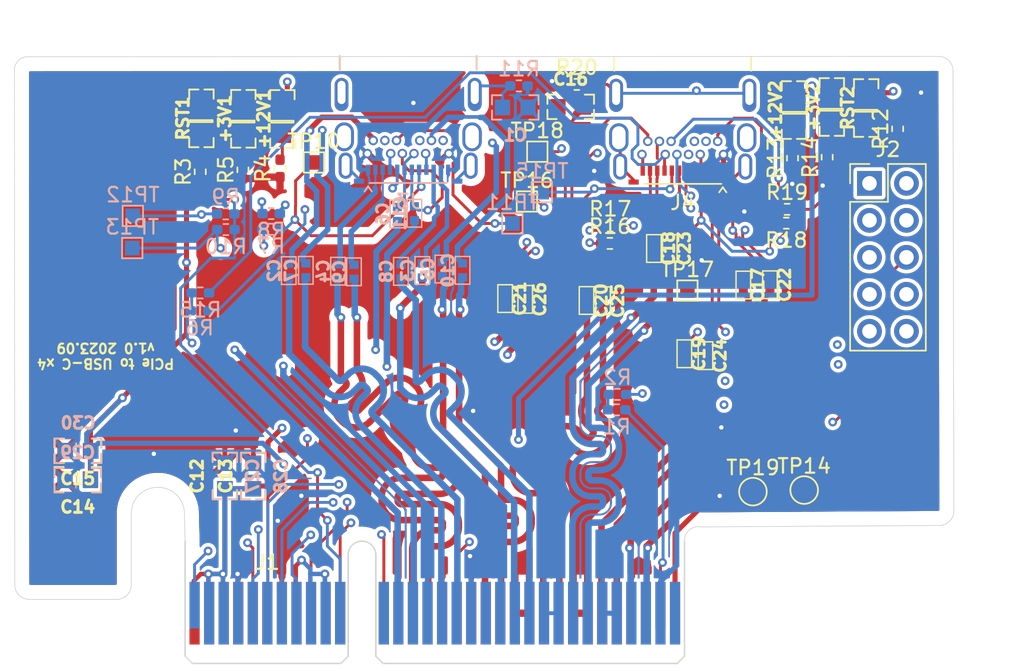
<source format=kicad_pcb>
(kicad_pcb (version 20221018) (generator pcbnew)
  (layers (0 "F.Cu" signal) (1 "In1.Cu" mixed) (2 "In2.Cu" mixed) (31 "B.Cu" signal) (34 "B.Paste" user) (35 "F.Paste" user) (36 "B.SilkS" user "B.Silkscreen") (37 "F.SilkS" user "F.Silkscreen") (38 "B.Mask" user) (39 "F.Mask" user) (44 "Edge.Cuts" user))
  (net 0 "")
  (net 1 "GND")
  (net 2 "Net-(C1-Pad1)")
  (net 3 "/USB-C Lane1+2/RX1_P")
  (net 4 "/PER0_P")
  (net 5 "/USB-C Lane1+2/RX2_P")
  (net 6 "/PER1_P")
  (net 7 "/USB-C Lane1+2/TX1_P")
  (net 8 "/PET0_P")
  (net 9 "/USB-C Lane1+2/TX2_P")
  (net 10 "/PET1_P")
  (net 11 "/USB-C Lane1+2/D_P")
  (net 12 "/REFCLK_P")
  (net 13 "/USB-C Lane1+2/RX1_N")
  (net 14 "/PER0_N")
  (net 15 "/USB-C Lane1+2/RX2_N")
  (net 16 "/PER1_N")
  (net 17 "/USB-C Lane1+2/TX1_N")
  (net 18 "/PET0_N")
  (net 19 "+12V")
  (net 20 "+3V3")
  (net 21 "/USB-C Lane1+2/TX2_N")
  (net 22 "/PET1_N")
  (net 23 "/USB-C Lane1+2/D_N")
  (net 24 "/REFCLK_N")
  (net 25 "Net-(C16-Pad1)")
  (net 26 "/USB-C Lane3+4/RX1_P")
  (net 27 "/PER3_P")
  (net 28 "/USB-C Lane3+4/RX2_P")
  (net 29 "/PER2_P")
  (net 30 "/USB-C Lane3+4/TX1_P")
  (net 31 "/PET3_P")
  (net 32 "/USB-C Lane3+4/TX2_P")
  (net 33 "/PET2_P")
  (net 34 "/USB-C Lane3+4/D_P")
  (net 35 "/USB-C Lane3+4/RX1_N")
  (net 36 "/PER3_N")
  (net 37 "/USB-C Lane3+4/RX2_N")
  (net 38 "/PER2_N")
  (net 39 "/USB-C Lane3+4/TX1_N")
  (net 40 "/PET3_N")
  (net 41 "/USB-C Lane3+4/TX2_N")
  (net 42 "/PET2_N")
  (net 43 "/USB-C Lane3+4/D_N")
  (net 44 "/USB-C Lane1+2/VBUS")
  (net 45 "/USB-C Lane1+2/CC1")
  (net 46 "/USB-C Lane1+2/SBU1")
  (net 47 "/USB-C Lane1+2/CC2")
  (net 48 "/USB-C Lane1+2/SBU2")
  (net 49 "/PRSNT1")
  (net 50 "/TCK")
  (net 51 "/TDI")
  (net 52 "/TDO")
  (net 53 "/TMS")
  (net 54 "/PERST_N")
  (net 55 "Net-(+3V1-PadC)")
  (net 56 "Net-(+12V1-PadC)")
  (net 57 "/SMCLK")
  (net 58 "/SMDAT")
  (net 59 "/TRST_N")
  (net 60 "/WAKE_N")
  (net 61 "/CLKREQ_N")
  (net 62 "/PRSNT2")
  (net 64 "/VBUS_H")
  (net 65 "/USB-C Lane3+4/VBUS")
  (net 66 "/USB-C Lane3+4/CC1")
  (net 67 "/USB-C Lane3+4/SBU1")
  (net 68 "/USB-C Lane3+4/CC2")
  (net 69 "/USB-C Lane3+4/SBU2")
  (net 71 "/PRSNT2_N")
  (net 72 "/PRSNT1_N")
  (net 74 "Net-(R3-Pad2)")
  (net 75 "/PRSNT_SEL")
  (net 76 "Net-(R12-Pad2)")
  (net 77 "Net-(+12V2-PadC)")
  (net 78 "Net-(+3V2-PadC)")
  (footprint "TestPoint:TestPoint_Pad_1.0x1.0mm" (layer "F.Cu") (at 166.74 81.75)
    (fp_text reference "TP18")
    (fp_text value "TestPoint")
  )
  (footprint "pcie2usbc:SML0805" (layer "F.Cu") (at 189.33 78.75 90)
    (fp_text reference "RST2")
    (fp_text value "LEDSML0805")
  )
  (footprint "Connector_USB:USB_C_Receptacle_CNCTech_C-ARA1-AK51X" (layer "F.Cu") (at 176.73 79.74 180)
    (fp_text reference "J4")
    (fp_text value "USB-C-MLX")
  )
  (footprint "Resistor_SMD:R_0402_1005Metric_Pad0.72x0.64mm_HandSolder" (layer "F.Cu") (at 186.65 82.13 90)
    (fp_text reference "R14")
    (fp_text value "2.2k")
  )
  (footprint "pcie2usbc:C0603K" (layer "F.Cu") (at 135.175 104.25 180)
    (fp_text reference "C14")
    (fp_text value "1u")
  )
  (footprint "pcie2usbc:C0402" (layer "F.Cu") (at 176.84 95.63 -90)
    (fp_text reference "C19")
    (fp_text value "100n")
  )
  (footprint "pcie2usbc:C0402" (layer "F.Cu") (at 164.53 91.84 -90)
    (fp_text reference "C21")
    (fp_text value "100n")
  )
  (footprint "pcie2usbc:C0402" (layer "F.Cu") (at 171.26 91.99 -90)
    (fp_text reference "C25")
    (fp_text value "100n")
  )
  (footprint "pcie2usbc:C0402" (layer "F.Cu") (at 180.89 90.91 -90)
    (fp_text reference "C17")
    (fp_text value "100n")
  )
  (footprint "TestPoint:TestPoint_Pad_1.0x1.0mm" (layer "F.Cu") (at 151.4 82.49)
    (fp_text reference "TP10")
    (fp_text value "TestPoint")
  )
  (footprint "TestPoint:TestPoint_Pad_D1.5mm" (layer "F.Cu") (at 185.07 104.99)
    (fp_text reference "TP14")
    (fp_text value "TPTP38X20")
  )
  (footprint "TestPoint:TestPoint_Pad_1.0x1.0mm" (layer "F.Cu") (at 166.03 85.17)
    (fp_text reference "TP16")
    (fp_text value "TestPoint")
  )
  (footprint "pcie2usbc:SML0805" (layer "F.Cu") (at 149.23 79.5 90)
    (fp_text reference "+12V1")
    (fp_text value "LEDSML0805")
  )
  (footprint "Resistor_SMD:R_0402_1005Metric_Pad0.72x0.64mm_HandSolder" (layer "F.Cu") (at 171.7475 86.85)
    (fp_text reference "R17")
    (fp_text value "0")
  )
  (footprint "pcie2usbc:C0402" (layer "F.Cu") (at 175.84 88.4 -90)
    (fp_text reference "C23")
    (fp_text value "100n")
  )
  (footprint "Resistor_SMD:R_0402_1005Metric_Pad0.72x0.64mm_HandSolder" (layer "F.Cu") (at 183.8975 85.71)
    (fp_text reference "R19")
    (fp_text value "0")
  )
  (footprint "Resistor_SMD:R_0402_1005Metric_Pad0.72x0.64mm_HandSolder" (layer "F.Cu") (at 146.52 82.9975 90)
    (fp_text reference "R5")
    (fp_text value "2.2k")
  )
  (footprint "TestPoint:TestPoint_Pad_1.0x1.0mm" (layer "F.Cu") (at 177.05 91.29)
    (fp_text reference "TP17")
    (fp_text value "TestPoint")
  )
  (footprint "pcie2usbc:SML0805" (layer "F.Cu") (at 143.67 79.46 90)
    (fp_text reference "RST1")
    (fp_text value "LEDSML0805")
  )
  (footprint "Resistor_SMD:R_0402_1005Metric_Pad0.72x0.64mm_HandSolder" (layer "F.Cu") (at 183.8425 86.66 180)
    (fp_text reference "R18")
    (fp_text value "0")
  )
  (footprint "pcie2usbc:C0402" (layer "F.Cu") (at 174.75 88.4 -90)
    (fp_text reference "C18")
    (fp_text value "100n")
  )
  (footprint "TestPoint:TestPoint_Pad_D1.5mm" (layer "F.Cu") (at 181.55 105.1)
    (fp_text reference "TP19")
    (fp_text value "TPTP38X20")
  )
  (footprint "Resistor_SMD:R_0402_1005Metric_Pad0.72x0.64mm_HandSolder" (layer "F.Cu") (at 184.27 82.1975 90)
    (fp_text reference "R13")
    (fp_text value "10k")
  )
  (footprint "Resistor_SMD:R_0402_1005Metric_Pad0.72x0.64mm_HandSolder" (layer "F.Cu") (at 191.49 80.1825 90)
    (fp_text reference "R12")
    (fp_text value "2.2k")
  )
  (footprint "pcie2usbc:C0402" (layer "F.Cu") (at 170.12 91.97 -90)
    (fp_text reference "C20")
    (fp_text value "100n")
  )
  (footprint "pcie2usbc:SML0805" (layer "F.Cu") (at 146.55 79.49 90)
    (fp_text reference "+3V1")
    (fp_text value "LEDSML0805")
  )
  (footprint "Connector_PCBEdge:BUS_PCIexpress_x4" (layer "F.Cu") (at 143.2 113.45)
    (fp_text reference "J1")
    (fp_text value "Bus_PCI_Express_x4" hide)
    (fp_line (start -0.65 -4.95) (end -0.65 2.95) (stroke (width 0.1)) (layer "Edge.Cuts"))
    (fp_line (start -0.65 2.95) (end -0.15 3.45) (stroke (width 0.1)) (layer "Edge.Cuts"))
    (fp_line (start -0.15 3.45) (end 10.05 3.45) (stroke (width 0.1)) (layer "Edge.Cuts"))
    (fp_line (start 10.55 -4) (end 10.55 2.95) (stroke (width 0.1)) (layer "Edge.Cuts"))
    (fp_line (start 10.55 2.95) (end 10.05 3.45) (stroke (width 0.1)) (layer "Edge.Cuts"))
    (fp_line (start 12.45 -4) (end 12.45 2.95) (stroke (width 0.1)) (layer "Edge.Cuts"))
    (fp_line (start 12.45 2.95) (end 12.95 3.45) (stroke (width 0.1)) (layer "Edge.Cuts"))
    (fp_line (start 12.95 3.45) (end 33.15 3.45) (stroke (width 0.1)) (layer "Edge.Cuts"))
    (fp_line (start 33.65 -4.95) (end 33.65 2.95) (stroke (width 0.1)) (layer "Edge.Cuts"))
    (fp_line (start 33.65 2.95) (end 33.15 3.45) (stroke (width 0.1)) (layer "Edge.Cuts"))
    (fp_arc (start 10.55 -4) (mid 11.5 -4.95) (end 12.45 -4) (stroke (width 0.1)) (layer "Edge.Cuts"))
  )
  (footprint "pcie2usbc:C0402" (layer "F.Cu") (at 182.72 90.89 -90)
    (fp_text reference "C22")
    (fp_text value "100n")
  )
  (footprint "pcie2usbc:C0603K" (layer "F.Cu") (at 135.175 102.3 180)
    (fp_text reference "C15")
    (fp_text value "100n")
  )
  (footprint "pcie2usbc:SML0805" (layer "F.Cu") (at 184.37 78.89 90)
    (fp_text reference "+12V2")
    (fp_text value "LEDSML0805")
  )
  (footprint "pcie2usbc:SML0805" (layer "F.Cu") (at 186.97 78.68 90)
    (fp_text reference "+3V2")
    (fp_text value "LEDSML0805")
  )
  (footprint "Resistor_SMD:R_0402_1005Metric_Pad0.72x0.64mm_HandSolder" (layer "F.Cu") (at 169.4525 77.13)
    (fp_text reference "R20")
    (fp_text value "100k")
  )
  (footprint "pcie2usbc:C0603K" (layer "F.Cu") (at 147.24 104.025 90)
    (fp_text reference "C13")
    (fp_text value "100n")
  )
  (footprint "Connector_PinHeader_2.54mm:PinHeader_2x05_P2.54mm_Vertical" (layer "F.Cu") (at 189.555 83.925)
    (fp_text reference "J2")
    (fp_text value "Conn_02x05_Top_Bottom")
  )
  (footprint "Resistor_SMD:R_0402_1005Metric_Pad0.72x0.64mm_HandSolder" (layer "F.Cu") (at 149.07 82.8975 90)
    (fp_text reference "R4")
    (fp_text value "10k")
  )
  (footprint "pcie2usbc:C0603K" (layer "F.Cu") (at 169.035 78.67)
    (fp_text reference "C16")
    (fp_text value "100n")
  )
  (footprint "Resistor_SMD:R_0402_1005Metric_Pad0.72x0.64mm_HandSolder" (layer "F.Cu") (at 171.7275 88.05)
    (fp_text reference "R16")
    (fp_text value "0")
  )
  (footprint "Resistor_SMD:R_0402_1005Metric_Pad0.72x0.64mm_HandSolder" (layer "F.Cu") (at 143.59 83.13 90)
    (fp_text reference "R3")
    (fp_text value "2.2k")
  )
  (footprint "pcie2usbc:C0402" (layer "F.Cu") (at 178.29 95.76 -90)
    (fp_text reference "C24")
    (fp_text value "100n")
  )
  (footprint "pcie2usbc:C0402" (layer "F.Cu") (at 165.91 91.89 -90)
    (fp_text reference "C26")
    (fp_text value "100n")
  )
  (footprint "pcie2usbc:C0603K" (layer "F.Cu") (at 145.28 104.025 90)
    (fp_text reference "C12")
    (fp_text value "1u")
  )
  (footprint "pcie2usbc:C0402" (layer "B.Cu") (at 149.67 89.92 -90)
    (fp_text reference "C2")
    (fp_text value "100n")
  )
  (footprint "TestPoint:TestPoint_Pad_1.0x1.0mm" (layer "B.Cu") (at 165.03 86.68 180)
    (fp_text reference "TP11")
    (fp_text value "TestPoint")
  )
  (footprint "Resistor_SMD:R_0402_1005Metric_Pad0.72x0.64mm_HandSolder" (layer "B.Cu") (at 145.35 87.1)
    (fp_text reference "R10")
    (fp_text value "0")
  )
  (footprint "Resistor_SMD:R_0402_1005Metric_Pad0.72x0.64mm_HandSolder" (layer "B.Cu") (at 172.1925 99.48)
    (fp_text reference "R1")
    (fp_text value "0")
  )
  (footprint "pcie2usbc:C0402" (layer "B.Cu") (at 157.37 89.97 -90)
    (fp_text reference "C8")
    (fp_text value "100n")
  )
  (footprint "TestPoint:TestPoint_Pad_1.0x1.0mm" (layer "B.Cu") (at 138.92 88.37 180)
    (fp_text reference "TP13")
    (fp_text value "TestPoint")
  )
  (footprint "pcie2usbc:C0603K" (layer "B.Cu") (at 165.2275 78.71)
    (fp_text reference "C1")
    (fp_text value "100n")
  )
  (footprint "Resistor_SMD:R_0402_1005Metric_Pad0.72x0.64mm_HandSolder" (layer "B.Cu") (at 148.4475 87.08)
    (fp_text reference "R7")
    (fp_text value "0")
  )
  (footprint "pcie2usbc:C0402" (layer "B.Cu") (at 153.05 89.96 -90)
    (fp_text reference "C4")
    (fp_text value "100n")
  )
  (footprint "pcie2usbc:C0402" (layer "B.Cu") (at 158.84 89.91 -90)
    (fp_text reference "C3")
    (fp_text value "100n")
  )
  (footprint "Resistor_SMD:R_0402_1005Metric_Pad0.72x0.64mm_HandSolder" (layer "B.Cu") (at 172.2425 98.42 180)
    (fp_text reference "R2")
    (fp_text value "0")
  )
  (footprint "Connector_USB:USB_C_Receptacle_CNCTech_C-ARA1-AK51X" (layer "B.Cu") (at 157.87 79.68)
    (fp_text reference "J3")
    (fp_text value "USB-C-MLX")
  )
  (footprint "pcie2usbc:C0402" (layer "B.Cu") (at 150.84 89.9 -90)
    (fp_text reference "C7")
    (fp_text value "100n")
  )
  (footprint "pcie2usbc:C0603K" (layer "B.Cu") (at 145.28 104.025 90)
    (fp_text reference "C27")
    (fp_text value "1u")
  )
  (footprint "pcie2usbc:C0402" (layer "B.Cu") (at 160.22 89.81 -90)
    (fp_text reference "C5")
    (fp_text value "100n")
  )
  (footprint "Resistor_SMD:R_0402_1005Metric_Pad0.72x0.64mm_HandSolder" (layer "B.Cu") (at 143.5975 91.45)
    (fp_text reference "R15")
    (fp_text value "0")
  )
  (footprint "Resistor_SMD:R_0402_1005Metric_Pad0.72x0.64mm_HandSolder" (layer "B.Cu") (at 145.34 86.02 180)
    (fp_text reference "R9")
    (fp_text value "0")
  )
  (footprint "pcie2usbc:C0402" (layer "B.Cu") (at 161.61 89.9 -90)
    (fp_text reference "C10")
    (fp_text value "100n")
  )
  (footprint "Resistor_SMD:R_0402_1005Metric_Pad0.72x0.64mm_HandSolder" (layer "B.Cu") (at 165.48 77.23 180)
    (fp_text reference "R11")
    (fp_text value "100k")
  )
  (footprint "TestPoint:TestPoint_Pad_1.0x1.0mm" (layer "B.Cu") (at 138.96 86.16 180)
    (fp_text reference "TP12")
    (fp_text value "TestPoint")
  )
  (footprint "pcie2usbc:C0402" (layer "B.Cu") (at 157.13 86.03 -90)
    (fp_text reference "C6")
    (fp_text value "100n")
  )
  (footprint "pcie2usbc:C0402" (layer "B.Cu") (at 154.15 90 -90)
    (fp_text reference "C9")
    (fp_text value "100n")
  )
  (footprint "Resistor_SMD:R_0402_1005Metric_Pad0.72x0.64mm_HandSolder" (layer "B.Cu") (at 148.46 86)
    (fp_text reference "R8")
    (fp_text value "0")
  )
  (footprint "pcie2usbc:C0603K" (layer "B.Cu") (at 135.205 102.29 180)
    (fp_text reference "C30")
    (fp_text value "100n")
  )
  (footprint "pcie2usbc:C0402" (layer "B.Cu") (at 158.3 85.98 -90)
    (fp_text reference "C11")
    (fp_text value "100n")
  )
  (footprint "pcie2usbc:C0603K" (layer "B.Cu") (at 135.175 104.32 180)
    (fp_text reference "C29")
    (fp_text value "1u")
  )
  (footprint "TestPoint:TestPoint_Pad_1.0x1.0mm" (layer "B.Cu") (at 167.05 84.53 180)
    (fp_text reference "TP15")
    (fp_text value "TestPoint")
  )
  (footprint "Resistor_SMD:R_0402_1005Metric_Pad0.72x0.64mm_HandSolder" (layer "B.Cu") (at 143.55 92.68)
    (fp_text reference "R6")
    (fp_text value "0")
  )
  (footprint "pcie2usbc:C0603K" (layer "B.Cu") (at 147.22 104.04 90)
    (fp_text reference "C28")
    (fp_text value "100n")
  )
  (gr_arc (start 138.8511 106.6036) (mid 139.378308 105.330808) (end 140.6511 104.8036) (stroke (width 0.05)) (layer "Edge.Cuts"))
  (gr_line (start 195.293678 76.187109) (end 195.351107 106.422893) (stroke (width 0.05)) (layer "Edge.Cuts"))
  (gr_line (start 142.55 108.5) (end 142.5011 106.6036) (stroke (width 0.05)) (layer "Edge.Cuts"))
  (gr_line (start 131.85 75.23) (end 194.3249 75.2064) (stroke (width 0.05)) (layer "Edge.Cuts"))
  (gr_arc (start 131.8511 112.5036) (mid 131.143993 112.210707) (end 130.8511 111.5036) (stroke (width 0.05)) (layer "Edge.Cuts"))
  (gr_arc (start 176.850001 108.5) (mid 177.172157 107.743805) (end 177.963403 107.521217) (stroke (width 0.05)) (layer "Edge.Cuts"))
  (gr_arc (start 194.3249 75.206395) (mid 195.010648 75.497844) (end 195.293678 76.187109) (stroke (width 0.05)) (layer "Edge.Cuts"))
  (gr_arc (start 140.7011 104.8036) (mid 141.973892 105.330808) (end 142.5011 106.6036) (stroke (width 0.05)) (layer "Edge.Cuts"))
  (gr_line (start 130.8511 111.5036) (end 130.828216 76.231936) (stroke (width 0.05)) (layer "Edge.Cuts"))
  (gr_line (start 140.7011 104.8036) (end 140.6511 104.8036) (stroke (width 0.05)) (layer "Edge.Cuts"))
  (gr_arc (start 130.828216 76.231936) (mid 131.10208 75.489244) (end 131.85 75.230001) (stroke (width 0.05)) (layer "Edge.Cuts"))
  (gr_line (start 138.8511 106.6036) (end 138.8511 111.5036) (stroke (width 0.05)) (layer "Edge.Cuts"))
  (gr_arc (start 195.351107 106.422893) (mid 195.058217 107.130007) (end 194.351107 107.422907) (stroke (width 0.05)) (layer "Edge.Cuts"))
  (gr_arc (start 138.8511 111.5036) (mid 138.558207 112.210707) (end 137.8511 112.5036) (stroke (width 0.05)) (layer "Edge.Cuts"))
  (gr_line (start 194.351107 107.422893) (end 177.963403 107.521217) (stroke (width 0.05)) (layer "Edge.Cuts"))
  (gr_line (start 137.8511 112.5036) (end 131.8511 112.5036) (stroke (width 0.05)) (layer "Edge.Cuts"))
  (gr_text "PCIe to USB-C x4\nv1.0 2023.09" (at 137.09 95.77 180) (layer "F.SilkS") (effects (font (size 0.666496 0.666496) (thickness 0.146304))))
  (segment (start 167.974782 77.13) (end 167.747391 76.902609) (width 0.35) (layer "F.Cu") (net 1))
  (segment (start 173.98 81.99) (end 173.93 81.94) (width 0.2) (layer "F.Cu") (net 1))
  (segment (start 186.65 82.7275) (end 186.65 83.77) (width 0.2) (layer "F.Cu") (net 1))
  (segment (start 184.27 83.94) (end 184.25 83.96) (width 0.2) (layer "F.Cu") (net 1))
  (segment (start 145.28 101.65) (end 146.03 100.9) (width 0.35) (layer "F.Cu") (net 1))
  (segment (start 147.24 103.15) (end 147.24 102.11) (width 0.35) (layer "F.Cu") (net 1))
  (segment (start 147.24 102.11) (end 146.03 100.9) (width 0.35) (layer "F.Cu") (net 1))
  (segment (start 176.2 107.95) (end 178.22 105.93) (width 0.35) (layer "F.Cu") (net 1))
  (segment (start 186.65 83.77) (end 186.34 84.08) (width 0.2) (layer "F.Cu") (net 1))
  (segment (start 173.98 83.05) (end 173.98 81.99) (width 0.2) (layer "F.Cu") (net 1))
  (segment (start 178.22 105.93) (end 178.76 105.39) (width 0.35) (layer "F.Cu") (net 1))
  (segment (start 176.2 113.45) (end 176.2 107.95) (width 0.35) (layer "F.Cu") (net 1))
  (segment (start 179.53 83) (end 179.53 81.94) (width 0.35) (layer "F.Cu") (net 1))
  (segment (start 149.17962 107.856276) (end 148.913671 107.590327) (width 0.3048) (layer "F.Cu") (net 1))
  (segment (start 162.2 109.61) (end 162.12 109.53) (width 0.35) (layer "F.Cu") (net 1))
  (segment (start 146.1511 113.5036) (end 146.1511 110.7536) (width 0.3048) (layer "F.Cu") (net 1))
  (segment (start 184.27 82.795) (end 184.27 83.94) (width 0.2) (layer "F.Cu") (net 1))
  (segment (start 145.28 103.15) (end 145.28 101.65) (width 0.35) (layer "F.Cu") (net 1))
  (segment (start 149.1511 113.5036) (end 149.17962 113.47508) (width 0.3048) (layer "F.Cu") (net 1))
  (segment (start 148.913671 107.590327) (end 148.913671 107.101874) (width 0.3048) (layer "F.Cu") (net 1))
  (segment (start 179.48 83.05) (end 179.53 83) (width 0.35) (layer "F.Cu") (net 1))
  (segment (start 149.17962 113.47508) (end 149.17962 107.856276) (width 0.3048) (layer "F.Cu") (net 1))
  (segment (start 178.76 105.39) (end 179.27 105.39) (width 0.35) (layer "F.Cu") (net 1))
  (segment (start 162.2 113.45) (end 162.2 109.61) (width 0.35) (layer "F.Cu") (net 1))
  (segment (start 168.855 77.13) (end 167.974782 77.13) (width 0.35) (layer "F.Cu") (net 1))
  (via (at 140.4011 102.5036) (size 0.6048) (drill 0.3) (layers "F.Cu" "B.Cu") (net 1))
  (via (at 148.913671 107.101874) (size 0.6048) (drill 0.3) (layers "F.Cu" "B.Cu") (net 1))
  (via (at 150.532119 105.384619) (size 0.6048) (drill 0.3) (layers "F.Cu" "B.Cu") (net 1))
  (via (at 184.25 83.96) (size 0.6) (drill 0.3) (layers "F.Cu" "B.Cu") (net 1))
  (via (at 167.747391 76.902609) (size 0.6) (drill 0.3) (layers "F.Cu" "B.Cu") (net 1))
  (via (at 146.1511 110.7536) (size 0.6048) (drill 0.3) (layers "F.Cu" "B.Cu") (net 1))
  (via (at 179.38 100.69) (size 0.6) (drill 0.3) (layers "F.Cu" "B.Cu") (net 1))
  (via (at 186.34 84.08) (size 0.6) (drill 0.3) (layers "F.Cu" "B.Cu") (net 1))
  (via (at 146.03 100.9) (size 0.6) (drill 0.3) (layers "F.Cu" "B.Cu") (net 1))
  (via (at 180.96 85.86) (size 0.6) (drill 0.3) (layers "F.Cu" "B.Cu") (net 1))
  (via (at 162.12 109.53) (size 0.6) (drill 0.3) (layers "F.Cu" "B.Cu") (net 1))
  (via (at 158.23 78.4) (size 0.6) (drill 0.3) (layers "F.Cu" "B.Cu") (net 1))
  (via (at 170.65 83.07) (size 0.6) (drill 0.3) (layers "F.Cu" "B.Cu") (net 1))
  (via (at 178.03 89.21) (size 0.6) (drill 0.3) (layers "F.Cu" "B.Cu") (net 1))
  (via (at 179.27 105.39) (size 0.6) (drill 0.3) (layers "F.Cu" "B.Cu") (net 1))
  (via (at 162.333164 99.554318) (size 0.6) (drill 0.3) (layers "F.Cu" "B.Cu") (net 1))
  (via (at 193.1 77.69) (size 0.6) (drill 0.3) (layers "F.Cu" "B.Cu") (net 1))
  (segment (start 146.1511 113.5036) (end 146.1511 110.7536) (width 0.3048) (layer "B.Cu") (net 1))
  (segment (start 164.2 110.58) (end 163.15 109.53) (width 0.35) (layer "B.Cu") (net 1))
  (segment (start 176.32 109.61) (end 176.32 103.75) (width 0.35) (layer "B.Cu") (net 1))
  (segment (start 159.1511 113.5036) (end 159.1511 111.2336) (width 0.3048) (layer "B.Cu") (net 1))
  (segment (start 164.2 113.45) (end 164.2 110.58) (width 0.35) (layer "B.Cu") (net 1))
  (segment (start 175.675 110.81) (end 176.32 110.165) (width 0.35) (layer "B.Cu") (net 1))
  (segment (start 162.2 109.61) (end 162.12 109.53) (width 0.35) (layer "B.Cu") (net 1))
  (segment (start 171.2 113.45) (end 172.2 113.45) (width 0.35) (layer "B.Cu") (net 1))
  (segment (start 141.0475 103.15) (end 140.4011 102.5036) (width 0.35) (layer "B.Cu") (net 1))
  (segment (start 175.2 111.285) (end 175.675 110.81) (width 0.35) (layer "B.Cu") (net 1))
  (segment (start 176.32 110.165) (end 176.32 109.61) (width 0.35) (layer "B.Cu") (net 1))
  (segment (start 162.2 113.45) (end 162.2 109.61) (width 0.35) (layer "B.Cu") (net 1))
  (segment (start 176.32 103.75) (end 179.38 100.69) (width 0.35) (layer "B.Cu") (net 1))
  (segment (start 163.15 109.53) (end 162.12 109.53) (width 0.35) (layer "B.Cu") (net 1))
  (segment (start 145.28 103.15) (end 141.0475 103.15) (width 0.35) (layer "B.Cu") (net 1))
  (segment (start 175.2 113.45) (end 175.2 111.285) (width 0.35) (layer "B.Cu") (net 1))
  (segment (start 162.895 77.23) (end 162.445 77.68) (width 0.2) (layer "B.Cu") (net 2))
  (segment (start 164.3525 77.76) (end 164.8825 77.23) (width 0.2) (layer "B.Cu") (net 2))
  (segment (start 161.245 83.63) (end 162.165 82.71) (width 0.2) (layer "B.Cu") (net 2))
  (segment (start 154.495 83.775) (end 154.495 83.63) (width 0.2) (layer "B.Cu") (net 2))
  (segment (start 154.495 83.63) (end 153.575 82.71) (width 0.2) (layer "B.Cu") (net 2))
  (segment (start 164.3525 78.71) (end 164.3525 77.76) (width 0.2) (layer "B.Cu") (net 2))
  (segment (start 164.8825 77.23) (end 162.895 77.23) (width 0.2) (layer "B.Cu") (net 2))
  (segment (start 161.245 83.775) (end 161.245 83.63) (width 0.2) (layer "B.Cu") (net 2))
  (segment (start 151.123619 80.206059) (end 151.939678 79.39) (width 0.38) (layer "F.Cu") (net 3))
  (segment (start 151.939678 79.39) (end 153.995 79.39) (width 0.38) (layer "F.Cu") (net 3))
  (segment (start 151.123619 80.3139) (end 151.123619 80.206059) (width 0.38) (layer "F.Cu") (net 3))
  (segment (start 153.995 79.39) (end 155.47 80.865) (width 0.38) (layer "F.Cu") (net 3))
  (segment (start 155.47 80.865) (end 155.47 80.98) (width 0.38) (layer "F.Cu") (net 3))
  (via (at 151.123619 80.3139) (size 0.6) (drill 0.3) (layers "F.Cu" "B.Cu") (net 3))
  (segment (start 150.913901 80.523618) (end 151.123619 80.3139) (width 0.38) (layer "B.Cu") (net 3))
  (segment (start 150.913901 83.791303) (end 150.913901 80.523618) (width 0.38) (layer "B.Cu") (net 3))
  (segment (start 149.884999 88.487599) (end 151.58 86.792598) (width 0.38) (layer "B.Cu") (net 3))
  (segment (start 149.884999 89.225001) (end 149.884999 88.487599) (width 0.38) (layer "B.Cu") (net 3))
  (segment (start 151.58 84.457402) (end 150.913901 83.791303) (width 0.38) (layer "B.Cu") (net 3))
  (segment (start 151.58 86.792598) (end 151.58 84.457402) (width 0.38) (layer "B.Cu") (net 3))
  (segment (start 149.67 89.44) (end 149.884999 89.225001) (width 0.38) (layer "B.Cu") (net 3))
  (segment (start 149.695 95.632818) (end 152.27109 98.208907) (width 0.45) (layer "B.Cu") (net 4))
  (segment (start 154.144924 98.208908) (end 154.533833 97.82) (width 0.45) (layer "B.Cu") (net 4))
  (segment (start 149.67 90.4) (end 149.695 90.425) (width 0.45) (layer "B.Cu") (net 4))
  (segment (start 154.639896 100.577714) (end 154.639898 100.577715) (width 0.45) (layer "B.Cu") (net 4))
  (segment (start 149.695 90.425) (end 149.695 95.632818) (width 0.45) (layer "B.Cu") (net 4))
  (segment (start 160.15 106.087818) (end 160.15 113.4) (width 0.45) (layer "B.Cu") (net 4))
  (segment (start 155.028807 98.314974) (end 154.639897 98.703881) (width 0.45) (layer "B.Cu") (net 4))
  (segment (start 160.15 113.4) (end 160.2 113.45) (width 0.45) (layer "B.Cu") (net 4))
  (segment (start 154.852031 97.82) (end 155.028807 97.996776) (width 0.45) (layer "B.Cu") (net 4))
  (segment (start 154.144924 98.208909) (end 154.144924 98.208908) (width 0.45) (layer "B.Cu") (net 4))
  (segment (start 154.639898 100.577715) (end 160.15 106.087818) (width 0.45) (layer "B.Cu") (net 4))
  (arc (start 154.533833 97.82) (mid 154.692932 97.754099) (end 154.852031 97.82) (width 0.45) (layer "B.Cu") (net 4))
  (arc (start 154.639897 98.703881) (mid 154.251813 99.640797) (end 154.639896 100.577714) (width 0.45) (layer "B.Cu") (net 4))
  (arc (start 155.028807 97.996776) (mid 155.094708 98.155875) (end 155.028807 98.314974) (width 0.45) (layer "B.Cu") (net 4))
  (arc (start 152.27109 98.208907) (mid 153.208007 98.596991) (end 154.144924 98.208909) (width 0.45) (layer "B.Cu") (net 4))
  (segment (start 160.54 84.4) (end 160.12 83.98) (width 0.3) (layer "B.Cu") (net 5))
  (segment (start 159.1 88.36) (end 160.54 86.92) (width 0.3) (layer "B.Cu") (net 5))
  (segment (start 160.54 86.92) (end 160.54 84.4) (width 0.3) (layer "B.Cu") (net 5))
  (segment (start 158.84 89.43) (end 159.1 89.17) (width 0.3) (layer "B.Cu") (net 5))
  (segment (start 159.1 89.17) (end 159.1 88.36) (width 0.3) (layer "B.Cu") (net 5))
  (segment (start 160.12 83.98) (end 160.12 82.99) (width 0.3) (layer "B.Cu") (net 5))
  (segment (start 157.33 92.49) (end 157.33 92.45) (width 0.45) (layer "F.Cu") (net 6))
  (segment (start 158.84 90.94) (end 158.84 90.39) (width 0.45) (layer "F.Cu") (net 6))
  (segment (start 157.33 92.45) (end 158.84 90.94) (width 0.45) (layer "F.Cu") (net 6))
  (via (at 158.84 90.39) (size 0.6) (drill 0.3) (layers "F.Cu" "B.Cu") (net 6))
  (via (at 157.33 92.49) (size 0.6) (drill 0.3) (layers "F.Cu" "B.Cu") (net 6))
  (segment (start 157.33 97.997818) (end 157.33 92.49) (width 0.45) (layer "B.Cu") (net 6))
  (segment (start 159.982656 98.77664) (end 160.371566 98.387733) (width 0.45) (layer "B.Cu") (net 6))
  (segment (start 159.876592 97.892759) (end 159.487683 98.281667) (width 0.45) (layer "B.Cu") (net 6))
  (segment (start 165.2 113.45) (end 165.15 113.4) (width 0.45) (layer "B.Cu") (net 6))
  (segment (start 157.613849 98.281666) (end 157.33 97.997818) (width 0.45) (layer "B.Cu") (net 6))
  (segment (start 160.371566 98.069535) (end 160.19479 97.892759) (width 0.45) (layer "B.Cu") (net 6))
  (segment (start 165.15 105.817818) (end 159.982655 100.650473) (width 0.45) (layer "B.Cu") (net 6))
  (segment (start 159.487683 98.281667) (end 159.487683 98.281668) (width 0.45) (layer "B.Cu") (net 6))
  (segment (start 165.15 113.4) (end 165.15 105.817818) (width 0.45) (layer "B.Cu") (net 6))
  (arc (start 160.19479 97.892759) (mid 160.035691 97.826858) (end 159.876592 97.892759) (width 0.45) (layer "B.Cu") (net 6))
  (arc (start 159.982655 100.650473) (mid 159.594572 99.713556) (end 159.982656 98.77664) (width 0.45) (layer "B.Cu") (net 6))
  (arc (start 160.371566 98.387733) (mid 160.437467 98.228634) (end 160.371566 98.069535) (width 0.45) (layer "B.Cu") (net 6))
  (arc (start 159.487683 98.281668) (mid 158.550766 98.66975) (end 157.613849 98.281666) (width 0.45) (layer "B.Cu") (net 6))
  (segment (start 153.199999 89.330001) (end 153.05 89.48) (width 0.38) (layer "B.Cu") (net 7))
  (segment (start 155.62 83.0198) (end 155.5902 82.99) (width 0.15) (layer "B.Cu") (net 7))
  (segment (start 155.6 84.26) (end 155.6 84.532598) (width 0.38) (layer "B.Cu") (net 7))
  (segment (start 155.62 84.24) (end 155.62 83.0198) (width 0.15) (layer "B.Cu") (net 7))
  (segment (start 155.6 84.26) (end 155.62 84.24) (width 0.15) (layer "B.Cu") (net 7))
  (segment (start 155.6 84.532598) (end 153.199999 86.932599) (width 0.38) (layer "B.Cu") (net 7))
  (segment (start 153.199999 86.932599) (end 153.199999 89.330001) (width 0.38) (layer "B.Cu") (net 7))
  (segment (start 155.233882 100.307715) (end 155.233882 100.307714) (width 0.45) (layer "F.Cu") (net 8))
  (segment (start 159.475 104.152818) (end 157.375 104.152818) (width 0.45) (layer "F.Cu") (net 8))
  (segment (start 153.183273 100.130938) (end 153.360049 100.307714) (width 0.45) (layer "F.Cu") (net 8))
  (segment (start 155.233882 100.307714) (end 156.718805 98.822789) (width 0.45) (layer "F.Cu") (net 8))
  (segment (start 160.25 107.277818) (end 160.25 107.527818) (width 0.45) (layer "F.Cu") (net 8))
  (segment (start 156.05 105.477818) (end 156.05 105.727818) (width 0.45) (layer "F.Cu") (net 8))
  (segment (start 157.21378 101.191597) (end 158.15 102.127818) (width 0.45) (layer "F.Cu") (net 8))
  (segment (start 158.15 107.052818) (end 160.025 107.052818) (width 0.45) (layer "F.Cu") (net 8))
  (segment (start 157.602689 98.928856) (end 157.213779 99.317763) (width 0.45) (layer "F.Cu") (net 8))
  (segment (start 160.25 103.677818) (end 160.25 103.927818) (width 0.45) (layer "F.Cu") (net 8))
  (segment (start 160.025 107.752818) (end 159.475 107.752818) (width 0.45) (layer "F.Cu") (net 8))
  (segment (start 153.25 97.227818) (end 153.572182 97.549999) (width 0.45) (layer "F.Cu") (net 8))
  (segment (start 153.183272 100.130938) (end 153.183273 100.130938) (width 0.45) (layer "F.Cu") (net 8))
  (segment (start 160.025 104.152818) (end 159.475 104.152818) (width 0.45) (layer "F.Cu") (net 8))
  (segment (start 159.475 103.452818) (end 160.025 103.452818) (width 0.45) (layer "F.Cu") (net 8))
  (segment (start 157.213778 101.191596) (end 157.21378 101.191597) (width 0.45) (layer "F.Cu") (net 8))
  (segment (start 153.25 93.13) (end 153.25 97.227818) (width 0.45) (layer "F.Cu") (net 8))
  (segment (start 156.718805 98.822789) (end 157.107715 98.433882) (width 0.45) (layer "F.Cu") (net 8))
  (segment (start 158.15 109.077818) (end 158.15 109.327818) (width 0.45) (layer "F.Cu") (net 8))
  (segment (start 157.375 107.052818) (end 158.15 107.052818) (width 0.45) (layer "F.Cu") (net 8))
  (segment (start 158.15 113.4) (end 158.2 113.45) (width 0.45) (layer "F.Cu") (net 8))
  (segment (start 153.572182 97.868197) (end 153.183273 98.257105) (width 0.45) (layer "F.Cu") (net 8))
  (segment (start 157.425913 98.433882) (end 157.602689 98.610658) (width 0.45) (layer "F.Cu") (net 8))
  (segment (start 158.15 109.327818) (end 158.15 113.4) (width 0.45) (layer "F.Cu") (net 8))
  (via (at 153.25 93.13) (size 0.6) (drill 0.3) (layers "F.Cu" "B.Cu") (net 8))
  (arc (start 160.25 103.927818) (mid 160.184099 104.086917) (end 160.025 104.152818) (width 0.45) (layer "F.Cu") (net 8))
  (arc (start 159.475 107.752818) (mid 158.538084 108.140902) (end 158.15 109.077818) (width 0.45) (layer "F.Cu") (net 8))
  (arc (start 160.025 103.452818) (mid 160.184099 103.518719) (end 160.25 103.677818) (width 0.45) (layer "F.Cu") (net 8))
  (arc (start 157.107715 98.433882) (mid 157.266814 98.367981) (end 157.425913 98.433882) (width 0.45) (layer "F.Cu") (net 8))
  (arc (start 157.602689 98.610658) (mid 157.66859 98.769757) (end 157.602689 98.928856) (width 0.45) (layer "F.Cu") (net 8))
  (arc (start 157.375 104.152818) (mid 156.438084 104.540902) (end 156.05 105.477818) (width 0.45) (layer "F.Cu") (net 8))
  (arc (start 157.213779 99.317763) (mid 156.825695 100.254679) (end 157.213778 101.191596) (width 0.45) (layer "F.Cu") (net 8))
  (arc (start 158.15 102.127818) (mid 158.538084 103.064734) (end 159.475 103.452818) (width 0.45) (layer "F.Cu") (net 8))
  (arc (start 160.25 107.527818) (mid 160.184099 107.686917) (end 160.025 107.752818) (width 0.45) (layer "F.Cu") (net 8))
  (arc (start 156.05 105.727818) (mid 156.438084 106.664734) (end 157.375 107.052818) (width 0.45) (layer "F.Cu") (net 8))
  (arc (start 160.025 107.052818) (mid 160.184099 107.118719) (end 160.25 107.277818) (width 0.45) (layer "F.Cu") (net 8))
  (arc (start 153.360049 100.307714) (mid 154.296965 100.695798) (end 155.233882 100.307715) (width 0.45) (layer "F.Cu") (net 8))
  (arc (start 153.183273 98.257105) (mid 152.795189 99.194021) (end 153.183272 100.130938) (width 0.45) (layer "F.Cu") (net 8))
  (arc (start 153.572182 97.549999) (mid 153.638083 97.709098) (end 153.572182 97.868197) (width 0.45) (layer "F.Cu") (net 8))
  (segment (start 153.02 92.9) (end 153.25 93.13) (width 0.45) (layer "B.Cu") (net 8))
  (segment (start 153.05 90.44) (end 153.02 90.47) (width 0.45) (layer "B.Cu") (net 8))
  (segment (start 153.02 90.47) (end 153.02 92.9) (width 0.45) (layer "B.Cu") (net 8))
  (via (at 163.6555 81.141069) (size 0.6) (drill 0.3) (layers "F.Cu" "B.Cu") (net 9))
  (segment (start 160.489999 89.060001) (end 160.489999 87.962599) (width 0.38) (layer "B.Cu") (net 9))
  (segment (start 163.925 81.410569) (end 163.6555 81.141069) (width 0.38) (layer "B.Cu") (net 9))
  (segment (start 163.541299 84.911299) (end 163.925 84.527598) (width 0.38) (layer "B.Cu") (net 9))
  (segment (start 160.22 89.33) (end 160.489999 89.060001) (width 0.38) (layer "B.Cu") (net 9))
  (segment (start 163.925 84.527598) (end 163.925 81.410569) (width 0.38) (layer "B.Cu") (net 9))
  (segment (start 160.489999 87.962599) (end 163.925 84.527598) (width 0.38) (layer "B.Cu") (net 9))
  (segment (start 165.025 107.455) (end 164.475 107.455) (width 0.45) (layer "F.Cu") (net 10))
  (segment (start 160.195 92.59) (end 160.27 92.665) (width 0.45) (layer "F.Cu") (net 10))
  (segment (start 163.15 103.797818) (end 163.15 105.43) (width 0.45) (layer "F.Cu") (net 10))
  (segment (start 163.15 108.78) (end 163.15 113.4) (width 0.45) (layer "F.Cu") (net 10))
  (segment (start 165.25 106.98) (end 165.25 107.23) (width 0.45) (layer "F.Cu") (net 10))
  (segment (start 160.27 100.917818) (end 163.15 103.797818) (width 0.45) (layer "F.Cu") (net 10))
  (segment (start 163.15 113.4) (end 163.2 113.45) (width 0.45) (layer "F.Cu") (net 10))
  (segment (start 164.475 106.755) (end 165.025 106.755) (width 0.45) (layer "F.Cu") (net 10))
  (segment (start 160.27 92.665) (end 160.27 100.917818) (width 0.45) (layer "F.Cu") (net 10))
  (via (at 160.195 92.59) (size 0.6) (drill 0.3) (layers "F.Cu" "B.Cu") (net 10))
  (arc (start 164.475 107.455) (mid 163.538084 107.843084) (end 163.15 108.78) (width 0.45) (layer "F.Cu") (net 10))
  (arc (start 165.25 107.23) (mid 165.184099 107.389099) (end 165.025 107.455) (width 0.45) (layer "F.Cu") (net 10))
  (arc (start 165.025 106.755) (mid 165.184099 106.820901) (end 165.25 106.98) (width 0.45) (layer "F.Cu") (net 10))
  (arc (start 163.15 105.43) (mid 163.538084 106.366916) (end 164.475 106.755) (width 0.45) (layer "F.Cu") (net 10))
  (segment (start 160.41 91.038554) (end 160.27 91.178554) (width 0.45) (layer "B.Cu") (net 10))
  (segment (start 160.22 90.29) (end 160.41 90.48) (width 0.45) (layer "B.Cu") (net 10))
  (segment (start 160.27 92.515) (end 160.195 92.59) (width 0.45) (layer "B.Cu") (net 10))
  (segment (start 160.41 90.48) (end 160.41 91.038554) (width 0.45) (layer "B.Cu") (net 10))
  (segment (start 160.27 91.178554) (end 160.27 92.515) (width 0.45) (layer "B.Cu") (net 10))
  (segment (start 157.62 82.99) (end 157.62 82.53) (width 0.2) (layer "B.Cu") (net 11))
  (segment (start 157.13 85.55) (end 157.62 85.06) (width 0.2) (layer "B.Cu") (net 11))
  (segment (start 157.62 82.53) (end 158.27 81.88) (width 0.2) (layer "B.Cu") (net 11))
  (segment (start 157.62 85.06) (end 157.62 82.99) (width 0.2) (layer "B.Cu") (net 11))
  (segment (start 164.695 94.027182) (end 163.914124 94.808058) (width 0.45) (layer "F.Cu") (net 12))
  (segment (start 164.53 92.32) (end 164.695 92.485) (width 0.45) (layer "F.Cu") (net 12))
  (segment (start 164.695 92.485) (end 164.695 94.027182) (width 0.45) (layer "F.Cu") (net 12))
  (segment (start 163.914124 94.808058) (end 163.808058 94.808058) (width 0.45) (layer "F.Cu") (net 12))
  (via (at 155.635 95.35188) (size 0.6) (drill 0.3) (layers "F.Cu" "B.Cu") (net 12))
  (via (at 163.808058 94.808058) (size 0.6) (drill 0.3) (layers "F.Cu" "B.Cu") (net 12))
  (via (at 145.96 95.36) (size 0.6) (drill 0.3) (layers "F.Cu" "B.Cu") (net 12))
  (segment (start 145.96 95.36) (end 157.15 106.55) (width 0.45) (layer "B.Cu") (net 12))
  (segment (start 157.13 86.51) (end 157.13 87.163308) (width 0.41) (layer "B.Cu") (net 12))
  (segment (start 155.68 88.613308) (end 155.68 95.38) (width 0.41) (layer "B.Cu") (net 12))
  (segment (start 157.15 113.4) (end 157.2 113.45) (width 0.45) (layer "B.Cu") (net 12))
  (segment (start 157.13 87.163308) (end 155.68 88.613308) (width 0.41) (layer "B.Cu") (net 12))
  (segment (start 157.15 106.55) (end 157.15 113.4) (width 0.45) (layer "B.Cu") (net 12))
  (via (at 151.972303 80.276614) (size 0.6) (drill 0.3) (layers "F.Cu" "B.Cu") (net 13))
  (segment (start 150.645001 89.225001) (end 150.645001 88.802401) (width 0.38) (layer "B.Cu") (net 13))
  (segment (start 150.645001 88.802401) (end 152.34 87.107402) (width 0.38) (layer "B.Cu") (net 13))
  (segment (start 152.34 84.142598) (end 151.598701 83.401299) (width 0.38) (layer "B.Cu") (net 13))
  (segment (start 152.34 87.107402) (end 152.34 84.142598) (width 0.38) (layer "B.Cu") (net 13))
  (segment (start 150.84 89.42) (end 150.645001 89.225001) (width 0.38) (layer "B.Cu") (net 13))
  (segment (start 151.972303 83.027697) (end 151.972303 80.276614) (width 0.38) (layer "B.Cu") (net 13))
  (segment (start 151.598701 83.401299) (end 151.972303 83.027697) (width 0.38) (layer "B.Cu") (net 13))
  (segment (start 150.795 90.425) (end 150.795 95.177182) (width 0.45) (layer "B.Cu") (net 14))
  (segment (start 155.417715 99.799898) (end 155.594493 99.976675) (width 0.45) (layer "B.Cu") (net 14))
  (segment (start 161.25 105.632182) (end 161.25 113.4) (width 0.45) (layer "B.Cu") (net 14))
  (segment (start 155.594493 99.976675) (end 161.25 105.632182) (width 0.45) (layer "B.Cu") (net 14))
  (segment (start 153.367107 97.431092) (end 153.756014 97.042182) (width 0.45) (layer "B.Cu") (net 14))
  (segment (start 150.84 90.38) (end 150.795 90.425) (width 0.45) (layer "B.Cu") (net 14))
  (segment (start 150.795 95.177182) (end 153.048907 97.43109) (width 0.45) (layer "B.Cu") (net 14))
  (segment (start 155.806623 99.092791) (end 155.417715 99.4817) (width 0.45) (layer "B.Cu") (net 14))
  (segment (start 155.629848 97.042183) (end 155.806624 97.218959) (width 0.45) (layer "B.Cu") (net 14))
  (segment (start 161.25 113.4) (end 161.2 113.45) (width 0.45) (layer "B.Cu") (net 14))
  (segment (start 155.806625 99.092792) (end 155.806623 99.092791) (width 0.45) (layer "B.Cu") (net 14))
  (segment (start 155.629847 97.042181) (end 155.629848 97.042183) (width 0.45) (layer "B.Cu") (net 14))
  (arc (start 153.756014 97.042182) (mid 154.69293 96.654098) (end 155.629847 97.042181) (width 0.45) (layer "B.Cu") (net 14))
  (arc (start 153.048907 97.43109) (mid 153.208008 97.496993) (end 153.367107 97.431092) (width 0.45) (layer "B.Cu") (net 14))
  (arc (start 155.806624 97.218959) (mid 156.194708 98.155875) (end 155.806625 99.092792) (width 0.45) (layer "B.Cu") (net 14))
  (arc (start 155.417715 99.4817) (mid 155.351814 99.640799) (end 155.417715 99.799898) (width 0.45) (layer "B.Cu") (net 14))
  (segment (start 159.62 85.251471) (end 159.62 82.99) (width 0.3) (layer "B.Cu") (net 15))
  (segment (start 159.9 86.028529) (end 159.9 85.531471) (width 0.3) (layer "B.Cu") (net 15))
  (segment (start 157.37 89.04) (end 159.645 86.765) (width 0.3) (layer "B.Cu") (net 15))
  (segment (start 157.37 89.49) (end 157.37 89.04) (width 0.3) (layer "B.Cu") (net 15))
  (segment (start 159.9 85.531471) (end 159.62 85.251471) (width 0.3) (layer "B.Cu") (net 15))
  (segment (start 159.645 86.765) (end 159.645 86.283529) (width 0.3) (layer "B.Cu") (net 15))
  (segment (start 159.645 86.283529) (end 159.9 86.028529) (width 0.3) (layer "B.Cu") (net 15))
  (segment (start 158.391668 91.956668) (end 157.37 90.935) (width 0.45) (layer "B.Cu") (net 16))
  (segment (start 160.972607 97.114942) (end 160.972606 97.11494) (width 0.45) (layer "B.Cu") (net 16))
  (segment (start 157.37 90.935) (end 157.37 90.45) (width 0.45) (layer "B.Cu") (net 16))
  (segment (start 159.098773 97.114941) (end 158.709866 97.503851) (width 0.45) (layer "B.Cu") (net 16))
  (segment (start 161.149382 99.16555) (end 161.149384 99.165551) (width 0.45) (layer "B.Cu") (net 16))
  (segment (start 158.391666 97.503849) (end 158.391668 97.50385) (width 0.45) (layer "B.Cu") (net 16))
  (segment (start 161.149383 97.291718) (end 160.972607 97.114942) (width 0.45) (layer "B.Cu") (net 16))
  (segment (start 166.2 113.45) (end 166.2 105.312182) (width 0.45) (layer "B.Cu") (net 16))
  (segment (start 158.391668 97.50385) (end 158.391668 91.956668) (width 0.45) (layer "B.Cu") (net 16))
  (segment (start 166.2 105.312182) (end 160.760474 99.872657) (width 0.45) (layer "B.Cu") (net 16))
  (segment (start 160.760474 99.554459) (end 161.149382 99.16555) (width 0.45) (layer "B.Cu") (net 16))
  (arc (start 161.149384 99.165551) (mid 161.537467 98.228634) (end 161.149383 97.291718) (width 0.45) (layer "B.Cu") (net 16))
  (arc (start 160.972606 97.11494) (mid 160.035689 96.726857) (end 159.098773 97.114941) (width 0.45) (layer "B.Cu") (net 16))
  (arc (start 160.760474 99.872657) (mid 160.694573 99.713558) (end 160.760474 99.554459) (width 0.45) (layer "B.Cu") (net 16))
  (arc (start 158.709866 97.503851) (mid 158.550767 97.569752) (end 158.391666 97.503849) (width 0.45) (layer "B.Cu") (net 16))
  (segment (start 156.12 83.0198) (end 156.1498 82.99) (width 0.15) (layer "B.Cu") (net 17))
  (segment (start 156.12 85.087402) (end 156.12 83.0198) (width 0.15) (layer "B.Cu") (net 17))
  (segment (start 153.960001 89.330001) (end 154.15 89.52) (width 0.38) (layer "B.Cu") (net 17))
  (segment (start 153.960001 87.247401) (end 153.960001 89.330001) (width 0.38) (layer "B.Cu") (net 17))
  (segment (start 156.12 85.087402) (end 153.960001 87.247401) (width 0.38) (layer "B.Cu") (net 17))
  (segment (start 159.25 109.327818) (end 159.25 113.4) (width 0.45) (layer "F.Cu") (net 18))
  (segment (start 158.203729 97.656063) (end 158.380505 97.832839) (width 0.45) (layer "F.Cu") (net 18))
  (segment (start 159.475 102.352818) (end 160.025 102.352818) (width 0.45) (layer "F.Cu") (net 18))
  (segment (start 159.475 105.252818) (end 157.375 105.252818) (width 0.45) (layer "F.Cu") (net 18))
  (segment (start 153.96109 99.353121) (end 154.137866 99.529897) (width 0.45) (layer "F.Cu") (net 18))
  (segment (start 159.25 109.077818) (end 159.25 109.327818) (width 0.45) (layer "F.Cu") (net 18))
  (segment (start 158.203731 97.656064) (end 158.203729 97.656063) (width 0.45) (layer "F.Cu") (net 18))
  (segment (start 160.025 105.252818) (end 159.475 105.252818) (width 0.45) (layer "F.Cu") (net 18))
  (segment (start 154.844972 99.140988) (end 156.329895 97.656062) (width 0.45) (layer "F.Cu") (net 18))
  (segment (start 158.168374 100.590556) (end 159.25 101.672182) (width 0.45) (layer "F.Cu") (net 18))
  (segment (start 154.456064 99.529897) (end 154.844972 99.140988) (width 0.45) (layer "F.Cu") (net 18))
  (segment (start 154.349999 98.646014) (end 154.349999 98.646015) (width 0.45) (layer "F.Cu") (net 18))
  (segment (start 158.380506 99.706673) (end 157.991596 100.09558) (width 0.45) (layer "F.Cu") (net 18))
  (segment (start 158.380506 99.706672) (end 158.380506 99.706673) (width 0.45) (layer "F.Cu") (net 18))
  (segment (start 161.35 107.277818) (end 161.35 107.527818) (width 0.45) (layer "F.Cu") (net 18))
  (segment (start 154.349999 98.646015) (end 153.96109 99.034923) (width 0.45) (layer "F.Cu") (net 18))
  (segment (start 161.35 103.677818) (end 161.35 103.927818) (width 0.45) (layer "F.Cu") (net 18))
  (segment (start 160.025 108.852818) (end 159.475 108.852818) (width 0.45) (layer "F.Cu") (net 18))
  (segment (start 154.35 93.13) (end 154.349999 96.772182) (width 0.45) (layer "F.Cu") (net 18))
  (segment (start 159.25 113.4) (end 159.2 113.45) (width 0.45) (layer "F.Cu") (net 18))
  (segment (start 158.15 105.952818) (end 160.025 105.952818) (width 0.45) (layer "F.Cu") (net 18))
  (segment (start 157.375 105.952818) (end 158.15 105.952818) (width 0.45) (layer "F.Cu") (net 18))
  (segment (start 157.991596 100.413778) (end 158.168374 100.590556) (width 0.45) (layer "F.Cu") (net 18))
  (segment (start 159.25 101.672182) (end 159.25 102.127818) (width 0.45) (layer "F.Cu") (net 18))
  (segment (start 157.15 105.477818) (end 157.15 105.727818) (width 0.45) (layer "F.Cu") (net 18))
  (via (at 154.35 93.13) (size 0.6) (drill 0.3) (layers "F.Cu" "B.Cu") (net 18))
  (arc (start 153.96109 99.034923) (mid 153.895189 99.194022) (end 153.96109 99.353121) (width 0.45) (layer "F.Cu") (net 18))
  (arc (start 157.15 105.727818) (mid 157.215901 105.886917) (end 157.375 105.952818) (width 0.45) (layer "F.Cu") (net 18))
  (arc (start 161.35 103.927818) (mid 160.961916 104.864734) (end 160.025 105.252818) (width 0.45) (layer "F.Cu") (net 18))
  (arc (start 160.025 105.952818) (mid 160.961916 106.340902) (end 161.35 107.277818) (width 0.45) (layer "F.Cu") (net 18))
  (arc (start 154.137866 99.529897) (mid 154.296965 99.595798) (end 154.456064 99.529897) (width 0.45) (layer "F.Cu") (net 18))
  (arc (start 154.349999 96.772182) (mid 154.738082 97.709098) (end 154.349999 98.646014) (width 0.45) (layer "F.Cu") (net 18))
  (arc (start 159.25 102.127818) (mid 159.315901 102.286917) (end 159.475 102.352818) (width 0.45) (layer "F.Cu") (net 18))
  (arc (start 161.35 107.527818) (mid 160.961916 108.464734) (end 160.025 108.852818) (width 0.45) (layer "F.Cu") (net 18))
  (arc (start 160.025 102.352818) (mid 160.961916 102.740902) (end 161.35 103.677818) (width 0.45) (layer "F.Cu") (net 18))
  (arc (start 159.475 108.852818) (mid 159.315901 108.918719) (end 159.25 109.077818) (width 0.45) (layer "F.Cu") (net 18))
  (arc (start 156.329895 97.656062) (mid 157.266813 97.267979) (end 158.203731 97.656064) (width 0.45) (layer "F.Cu") (net 18))
  (arc (start 157.991596 100.09558) (mid 157.925695 100.254679) (end 157.991596 100.413778) (width 0.45) (layer "F.Cu") (net 18))
  (arc (start 157.375 105.252818) (mid 157.215901 105.318719) (end 157.15 105.477818) (width 0.45) (layer "F.Cu") (net 18))
  (arc (start 158.380505 97.832839) (mid 158.768589 98.769755) (end 158.380506 99.706672) (width 0.45) (layer "F.Cu") (net 18))
  (segment (start 154.2 92.98) (end 154.35 93.13) (width 0.45) (layer "B.Cu") (net 18))
  (segment (start 154.2 90.53) (end 154.2 92.98) (width 0.45) (layer "B.Cu") (net 18))
  (segment (start 154.15 90.48) (end 154.2 90.53) (width 0.45) (layer "B.Cu") (net 18))
  (segment (start 143.1511 113.5036) (end 143.1511 111.2316) (width 0.3048) (layer "F.Cu") (net 19))
  (segment (start 149.57 76.95) (end 149.57 78.11) (width 0.35) (layer "F.Cu") (net 19))
  (segment (start 148.243769 104.713769) (end 147.426231 104.713769) (width 0.35) (layer "F.Cu") (net 19))
  (segment (start 149.57 78.11) (end 149.23 78.45) (width 0.35) (layer "F.Cu") (net 19))
  (segment (start 144.1511 113.5036) (end 144.1511 110.7536) (width 0.3048) (layer "F.Cu") (net 19))
  (segment (start 145.1511 113.5036) (end 145.1511 110.7536) (width 0.3048) (layer "F.Cu") (net 19))
  (segment (start 143.6291 110.7536) (end 144.1511 110.7536) (width 0.3048) (layer "F.Cu") (net 19))
  (segment (start 147.24 104.9) (end 145.28 104.9) (width 0.35) (layer "F.Cu") (net 19))
  (segment (start 149.21 100.73) (end 148.243769 101.696231) (width 0.35) (layer "F.Cu") (net 19))
  (segment (start 184.37 77.84) (end 184.99 77.84) (width 0.35) (layer "F.Cu") (net 19))
  (segment (start 144.1511 110.7536) (end 145.1511 110.7536) (width 0.3048) (layer "F.Cu") (net 19))
  (segment (start 148.243769 101.696231) (end 148.243769 104.713769) (width 0.35) (layer "F.Cu") (net 19))
  (segment (start 145.28 110.6247) (end 145.1511 110.7536) (width 0.35) (layer "F.Cu") (net 19))
  (segment (start 147.426231 104.713769) (end 147.24 104.9) (width 0.35) (layer "F.Cu") (net 19))
  (segment (start 143.1511 111.2316) (end 143.6291 110.7536) (width 0.3048) (layer "F.Cu") (net 19))
  (segment (start 184.99 77.84) (end 185.61 77.22) (width 0.35) (layer "F.Cu") (net 19))
  (segment (start 145.28 104.9) (end 145.28 110.6247) (width 0.35) (layer "F.Cu") (net 19))
  (via (at 165.448391 101.524205) (size 0.6) (drill 0.3) (layers "F.Cu" "B.Cu") (net 19))
  (via (at 185.61 77.22) (size 0.6) (drill 0.3) (layers "F.Cu" "B.Cu") (net 19))
  (via (at 145.1511 110.7536) (size 0.6048) (drill 0.3) (layers "F.Cu" "B.Cu") (net 19))
  (via (at 149.57 76.95) (size 0.6) (drill 0.3) (layers "F.Cu" "B.Cu") (net 19))
  (via (at 144.1511 110.7536) (size 0.6048) (drill 0.3) (layers "F.Cu" "B.Cu") (net 19))
  (via (at 149.21 100.73) (size 0.6) (drill 0.3) (layers "F.Cu" "B.Cu") (net 19))
  (segment (start 165.448391 98.701609) (end 165.448391 101.524205) (width 0.35) (layer "B.Cu") (net 19))
  (segment (start 185.61 91.6) (end 172.55 91.6) (width 0.35) (layer "B.Cu") (net 19))
  (segment (start 145.1511 110.7536) (end 144.1511 110.7536) (width 0.3048) (layer "B.Cu") (net 19))
  (segment (start 145.1511 113.5036) (end 145.1511 110.7536) (width 0.3048) (layer "B.Cu") (net 19))
  (segment (start 172.55 91.6) (end 165.448391 98.701609) (width 0.35) (layer "B.Cu") (net 19))
  (segment (start 146.97 104.9) (end 145.28 104.9) (width 0.35) (layer "B.Cu") (net 19))
  (segment (start 145.28 110.6247) (end 145.1511 110.7536) (width 0.35) (layer "B.Cu") (net 19))
  (segment (start 185.61 77.22) (end 185.61 91.6) (width 0.35) (layer "B.Cu") (net 19))
  (segment (start 147.175 104.915) (end 147.08 105.01) (width 0.35) (layer "B.Cu") (net 19))
  (segment (start 147.08 105.01) (end 146.97 104.9) (width 0.35) (layer "B.Cu") (net 19))
  (segment (start 147.22 104.915) (end 147.175 104.915) (width 0.35) (layer "B.Cu") (net 19))
  (segment (start 144.1511 113.5036) (end 144.1511 110.7536) (width 0.3048) (layer "B.Cu") (net 19))
  (segment (start 145.28 104.9) (end 145.28 110.6247) (width 0.35) (layer "B.Cu") (net 19))
  (segment (start 189.33 77.7) (end 191.09 77.7) (width 0.35) (layer "F.Cu") (net 20))
  (segment (start 143.7 78.44) (end 143.67 78.41) (width 0.35) (layer "F.Cu") (net 20))
  (segment (start 191.09 77.7) (end 191.19 77.6) (width 0.35) (layer "F.Cu") (net 20))
  (segment (start 152.1511 113.5036) (end 152.1511 110.7536) (width 0.3048) (layer "F.Cu") (net 20))
  (segment (start 189.33 77.7) (end 187.04 77.7) (width 0.35) (layer "F.Cu") (net 20))
  (segment (start 187.04 77.7) (end 186.97 77.63) (width 0.35) (layer "F.Cu") (net 20))
  (segment (start 150.1511 110.197809) (end 150.1511 113.5036) (width 0.3048) (layer "F.Cu") (net 20))
  (segment (start 142.645 79.435) (end 143.67 78.41) (width 0.35) (layer "F.Cu") (net 20))
  (segment (start 146.55 78.44) (end 143.7 78.44) (width 0.35) (layer "F.Cu") (net 20))
  (segment (start 136.05 100.844695) (end 142.645 94.249695) (width 0.35) (layer "F.Cu") (net 20))
  (segment (start 150.5481 109.800809) (end 150.1511 110.197809) (width 0.3048) (layer "F.Cu") (net 20))
  (segment (start 142.645 89.36) (end 142.645 79.435) (width 0.35) (layer "F.Cu") (net 20))
  (segment (start 142.645 94.249695) (end 142.645 89.36) (width 0.35) (layer "F.Cu") (net 20))
  (segment (start 136.05 102.3) (end 136.05 104.25) (width 0.35) (layer "F.Cu") (net 20))
  (segment (start 136.05 104.25) (end 136.05 100.844695) (width 0.35) (layer "F.Cu") (net 20))
  (via (at 142.645 89.36) (size 0.6) (drill 0.3) (layers "F.Cu" "B.Cu") (net 20))
  (via (at 191.19 77.6) (size 0.6) (drill 0.3) (layers "F.Cu" "B.Cu") (net 20))
  (via (at 138.25 98.66) (size 0.6) (drill 0.3) (layers "F.Cu" "B.Cu") (net 20))
  (via (at 152.1511 110.7536) (size 0.6048) (drill 0.3) (layers "F.Cu" "B.Cu") (net 20))
  (via (at 150.5481 109.800809) (size 0.6048) (drill 0.3) (layers "F.Cu" "B.Cu") (net 20))
  (via (at 149.32 103.21) (size 0.6) (drill 0.3) (layers "F.Cu" "B.Cu") (net 20))
  (segment (start 151.1511 113.5036) (end 151.1511 110.7536) (width 0.3048) (layer "B.Cu") (net 20))
  (segment (start 136.08 104.29) (end 136.05 104.32) (width 0.35) (layer "B.Cu") (net 20))
  (segment (start 136.08 102.29) (end 135.79 102) (width 0.35) (layer "B.Cu") (net 20))
  (segment (start 151.1511 110.403809) (end 150.5481 109.800809) (width 0.3048) (layer "B.Cu") (net 20))
  (segment (start 152.1511 113.5036) (end 152.1511 110.7536) (width 0.3048) (layer "B.Cu") (net 20))
  (segment (start 152.1511 110.7536) (end 151.1511 110.7536) (width 0.3048) (layer "B.Cu") (net 20))
  (segment (start 151.1511 110.7536) (end 151.1511 110.403809) (width 0.3048) (layer "B.Cu") (net 20))
  (segment (start 136.08 102.29) (end 136.5938 101.7762) (width 0.35) (layer "B.Cu") (net 20))
  (segment (start 135.79 102) (end 135.79 101.12) (width 0.35) (layer "B.Cu") (net 20))
  (segment (start 147.8862 101.7762) (end 149.32 103.21) (width 0.35) (layer "B.Cu") (net 20))
  (segment (start 136.5938 101.7762) (end 147.8862 101.7762) (width 0.35) (layer "B.Cu") (net 20))
  (segment (start 136.08 102.29) (end 136.08 104.29) (width 0.35) (layer "B.Cu") (net 20))
  (segment (start 135.79 101.12) (end 138.25 98.66) (width 0.35) (layer "B.Cu") (net 20))
  (segment (start 164.685 84.842402) (end 164.685 81.86) (width 0.38) (layer "B.Cu") (net 21))
  (segment (start 161.555 79.365) (end 161.53 79.39) (width 0.25) (layer "B.Cu") (net 21))
  (segment (start 163.038448 79.4) (end 162.817706 79.4) (width 0.38) (layer "B.Cu") (net 21))
  (segment (start 161.53 79.39) (end 160.63 79.39) (width 0.38) (layer "B.Cu") (net 21))
  (segment (start 164.685 81.046552) (end 163.038448 79.4) (width 0.38) (layer "B.Cu") (net 21))
  (segment (start 159.47 80.98) (end 159.47 80.55) (width 0.25) (layer "B.Cu") (net 21))
  (segment (start 161.250001 89.060001) (end 161.250001 88.277401) (width 0.38) (layer "B.Cu") (net 21))
  (segment (start 161.250001 88.277401) (end 164.685 84.842402) (width 0.38) (layer "B.Cu") (net 21))
  (segment (start 164.078701 85.448701) (end 164.685 84.842402) (width 0.38) (layer "B.Cu") (net 21))
  (segment (start 162.782706 79.365) (end 161.555 79.365) (width 0.25) (layer "B.Cu") (net 21))
  (segment (start 159.47 80.55) (end 159.75 80.27) (width 0.25) (layer "B.Cu") (net 21))
  (segment (start 164.685 81.86) (end 164.685 81.046552) (width 0.38) (layer "B.Cu") (net 21))
  (segment (start 162.817706 79.4) (end 162.782706 79.365) (width 0.25) (layer "B.Cu") (net 21))
  (segment (start 160.63 79.39) (end 159.75 80.27) (width 0.38) (layer "B.Cu") (net 21))
  (segment (start 161.61 89.42) (end 161.250001 89.060001) (width 0.38) (layer "B.Cu") (net 21))
  (segment (start 164.25 113.4) (end 164.2 113.45) (width 0.45) (layer "F.Cu") (net 22))
  (segment (start 164.475 105.655) (end 165.025 105.655) (width 0.45) (layer "F.Cu") (net 22))
  (segment (start 161.37 100.462182) (end 164.25 103.342182) (width 0.45) (layer "F.Cu") (net 22))
  (segment (start 161.445 92.59) (end 161.37 92.665) (width 0.45) (layer "F.Cu") (net 22))
  (segment (start 165.025 108.555) (end 164.475 108.555) (width 0.45) (layer "F.Cu") (net 22))
  (segment (start 164.25 108.78) (end 164.25 113.4) (width 0.45) (layer "F.Cu") (net 22))
  (segment (start 164.25 103.342182) (end 164.25 105.43) (width 0.45) (layer "F.Cu") (net 22))
  (segment (start 166.35 106.98) (end 166.35 107.23) (width 0.45) (layer "F.Cu") (net 22))
  (segment (start 161.37 92.665) (end 161.37 100.462182) (width 0.45) (layer "F.Cu") (net 22))
  (via (at 161.445 92.59) (size 0.6) (drill 0.3) (layers "F.Cu" "B.Cu") (net 22))
  (arc (start 166.35 107.23) (mid 165.961916 108.166916) (end 165.025 108.555) (width 0.45) (layer "F.Cu") (net 22))
  (arc (start 164.475 108.555) (mid 164.315901 108.620901) (end 164.25 108.78) (width 0.45) (layer "F.Cu") (net 22))
  (arc (start 165.025 105.655) (mid 165.961916 106.043084) (end 166.35 106.98) (width 0.45) (layer "F.Cu") (net 22))
  (arc (start 164.25 105.43) (mid 164.315901 105.589099) (end 164.475 105.655) (width 0.45) (layer "F.Cu") (net 22))
  (segment (start 161.61 90.38) (end 161.51 90.48) (width 0.45) (layer "B.Cu") (net 22))
  (segment (start 161.51 90.48) (end 161.51 91.459502) (width 0.45) (layer "B.Cu") (net 22))
  (segment (start 161.37 92.515) (end 161.37 91.599502) (width 0.45) (layer "B.Cu") (net 22))
  (segment (start 161.445 92.59) (end 161.37 92.515) (width 0.45) (layer "B.Cu") (net 22))
  (segment (start 161.51 91.459502) (end 161.37 91.599502) (width 0.45) (layer "B.Cu") (net 22))
  (segment (start 160.21 84.89) (end 159.33 85.77) (width 0.2) (layer "F.Cu") (net 23))
  (segment (start 157.47 81.88) (end 157.47 82.59) (width 0.2) (layer "F.Cu") (net 23))
  (segment (start 157.94 83.06) (end 159.44 83.06) (width 0.2) (layer "F.Cu") (net 23))
  (segment (start 159.44 83.06) (end 160.21 83.83) (width 0.2) (layer "F.Cu") (net 23))
  (segment (start 160.21 83.83) (end 160.21 84.89) (width 0.2) (layer "F.Cu") (net 23))
  (segment (start 159.2195 85.77) (end 159.219395 85.770105) (width 0.2) (layer "F.Cu") (net 23))
  (segment (start 157.47 82.59) (end 157.94 83.06) (width 0.2) (layer "F.Cu") (net 23))
  (segment (start 159.33 85.77) (end 159.2195 85.77) (width 0.2) (layer "F.Cu") (net 23))
  (via (at 159.219395 85.770105) (size 0.6) (drill 0.3) (layers "F.Cu" "B.Cu") (net 23))
  (segment (start 158.12 84.015001) (end 158.12 82.99) (width 0.2) (layer "B.Cu") (net 23))
  (segment (start 158.12 85.32) (end 158.3 85.5) (width 0.2) (layer "B.Cu") (net 23))
  (segment (start 159.219395 85.770105) (end 158.570105 85.770105) (width 0.2) (layer "B.Cu") (net 23))
  (segment (start 158.570105 85.770105) (end 158.3 85.5) (width 0.2) (layer "B.Cu") (net 23))
  (segment (start 158.12 85.32) (end 158.12 84.015001) (width 0.2) (layer "B.Cu") (net 23))
  (segment (start 165.795 92.485) (end 165.795 94.482818) (width 0.45) (layer "F.Cu") (net 24))
  (segment (start 164.691942 95.585876) (end 164.691942 95.691942) (width 0.45) (layer "F.Cu") (net 24))
  (segment (start 165.91 92.37) (end 165.795 92.485) (width 0.45) (layer "F.Cu") (net 24))
  (segment (start 165.795 94.482818) (end 164.691942 95.585876) (width 0.45) (layer "F.Cu") (net 24))
  (via (at 149.3 96.47) (size 0.6) (drill 0.3) (layers "F.Cu" "B.Cu") (net 24))
  (via (at 164.691942 95.691942) (size 0.6) (drill 0.3) (layers "F.Cu" "B.Cu") (net 24))
  (via (at 156.41 96.51) (size 0.6) (drill 0.3) (layers "F.Cu" "B.Cu") (net 24))
  (segment (start 156.41 96.51) (end 156.41 93.3) (width 0.45) (layer "B.Cu") (net 24))
  (segment (start 158.3 86.46) (end 158.3 86.926692) (width 0.41) (layer "B.Cu") (net 24))
  (segment (start 158.3 86.926692) (end 156.42 88.806692) (width 0.41) (layer "B.Cu") (net 24))
  (segment (start 149.3 96.47) (end 149.3 97.144365) (width 0.45) (layer "B.Cu") (net 24))
  (segment (start 149.3 97.144365) (end 158.25 106.094365) (width 0.45) (layer "B.Cu") (net 24))
  (segment (start 156.41 93.3) (end 156.423346 93.286654) (width 0.45) (layer "B.Cu") (net 24))
  (segment (start 158.25 106.094365) (end 158.25 113.4) (width 0.45) (layer "B.Cu") (net 24))
  (segment (start 158.25 113.4) (end 158.2 113.45) (width 0.45) (layer "B.Cu") (net 24))
  (segment (start 156.42 93.283308) (end 156.423346 93.286654) (width 0.41) (layer "B.Cu") (net 24))
  (segment (start 156.42 88.806692) (end 156.42 93.283308) (width 0.41) (layer "B.Cu") (net 24))
  (segment (start 168.16 78.655) (end 169.015 77.8) (width 0.2) (layer "F.Cu") (net 25))
  (segment (start 180.105 83.835) (end 180.105 83.69) (width 0.2) (layer "F.Cu") (net 25))
  (segment (start 180.105 83.69) (end 181.025 82.77) (width 0.2) (layer "F.Cu") (net 25))
  (segment (start 169.015 77.8) (end 169.263749 77.8) (width 0.2) (layer "F.Cu") (net 25))
  (segment (start 170.05 77.13) (end 171.545 77.13) (width 0.2) (layer "F.Cu") (net 25))
  (segment (start 171.545 77.13) (end 172.155 77.74) (width 0.2) (layer "F.Cu") (net 25))
  (segment (start 172.435 80.885) (end 172.34 80.79) (width 0.2) (layer "F.Cu") (net 25))
  (segment (start 173.355 83.69) (end 172.435 82.77) (width 0.2) (layer "F.Cu") (net 25))
  (segment (start 172.435 82.77) (end 172.435 80.885) (width 0.2) (layer "F.Cu") (net 25))
  (segment (start 169.933749 77.13) (end 170.05 77.13) (width 0.2) (layer "F.Cu") (net 25))
  (segment (start 173.355 83.835) (end 173.355 83.69) (width 0.2) (layer "F.Cu") (net 25))
  (segment (start 168.16 78.67) (end 168.16 78.655) (width 0.2) (layer "F.Cu") (net 25))
  (segment (start 169.263749 77.8) (end 169.933749 77.13) (width 0.2) (layer "F.Cu") (net 25))
  (via (at 177.67 77.56) (size 0.6) (drill 0.3) (layers "F.Cu" "B.Cu") (net 25))
  (segment (start 172.155 77.74) (end 177.49 77.74) (width 0.2) (layer "B.Cu") (net 25))
  (segment (start 177.49 77.74) (end 177.67 77.56) (width 0.2) (layer "B.Cu") (net 25))
  (segment (start 177.67 77.56) (end 177.85 77.74) (width 0.2) (layer "B.Cu") (net 25))
  (segment (start 177.85 77.74) (end 181.305 77.74) (width 0.2) (layer "B.Cu") (net 25))
  (segment (start 181.589999 89.730001) (end 181.589999 89.058199) (width 0.2) (layer "F.Cu") (net 26))
  (segment (start 180.89 90.43) (end 181.589999 89.730001) (width 0.2) (layer "F.Cu") (net 26))
  (segment (start 180.541804 88.01) (end 180.395001 87.863197) (width 0.2) (layer "F.Cu") (net 26))
  (segment (start 180.162354 84.997646) (end 180.162354 87.16) (width 0.2) (layer "F.Cu") (net 26))
  (segment (start 180.395001 87.863197) (end 180.395001 87.61) (width 0.2) (layer "F.Cu") (net 26))
  (segment (start 180.260381 79.45) (end 181.540427 79.45) (width 0.2) (layer "F.Cu") (net 26))
  (segment (start 180.394999 87.392645) (end 180.162354 87.16) (width 0.2) (layer "F.Cu") (net 26))
  (segment (start 182.135 80.044573) (end 182.135 83.251726) (width 0.2) (layer "F.Cu") (net 26))
  (segment (start 179.13 81.04) (end 179.13 80.580381) (width 0.2) (layer "F.Cu") (net 26))
  (segment (start 182.135 83.251726) (end 181.026726 84.36) (width 0.2) (layer "F.Cu") (net 26))
  (segment (start 180.394999 87.61) (end 180.394999 87.392645) (width 0.2) (layer "F.Cu") (net 26))
  (segment (start 180.395001 87.61) (end 180.394999 87.61) (width 0.2) (layer "F.Cu") (net 26))
  (segment (start 181.589999 89.058199) (end 180.5418 88.01) (width 0.2) (layer "F.Cu") (net 26))
  (segment (start 181.026726 84.36) (end 180.8 84.36) (width 0.2) (layer "F.Cu") (net 26))
  (segment (start 180.8 84.36) (end 180.162354 84.997646) (width 0.2) (layer "F.Cu") (net 26))
  (segment (start 181.540427 79.45) (end 182.135 80.044573) (width 0.2) (layer "F.Cu") (net 26))
  (segment (start 180.5418 88.01) (end 180.541804 88.01) (width 0.2) (layer "F.Cu") (net 26))
  (segment (start 179.13 80.580381) (end 180.260381 79.45) (width 0.2) (layer "F.Cu") (net 26))
  (via (at 180.162354 87.16) (size 0.6) (drill 0.3) (layers "F.Cu" "B.Cu") (net 26))
  (segment (start 183.12 98.272182) (end 182.57 98.272182) (width 0.45) (layer "F.Cu") (net 27))
  (segment (start 183.345 98.747182) (end 183.345 98.497182) (width 0.45) (layer "F.Cu") (net 27))
  (segment (start 173.15 108.392182) (end 181.245 100.297182) (width 0.45) (layer "F.Cu") (net 27))
  (segment (start 181.245 93.097182) (end 181.245 91.745) (width 0.45) (layer "F.Cu") (net 27))
  (segment (start 181.245 96.947182) (end 181.245 96.697182) (width 0.45) (layer "F.Cu") (net 27))
  (segment (start 183.12 94.672182) (end 182.57 94.672182) (width 0.45) (layer "F.Cu") (net 27))
  (segment (start 181.245 91.745) (end 180.89 91.39) (width 0.45) (layer "F.Cu") (net 27))
  (segment (start 182.57 98.972182) (end 183.12 98.972182) (width 0.45) (layer "F.Cu") (net 27))
  (segment (start 173.075 108.97) (end 173.15 108.895) (width 0.45) (layer "F.Cu") (net 27))
  (segment (start 183.345 95.147182) (end 183.345 94.897182) (width 0.45) (layer "F.Cu") (net 27))
  (segment (start 181.245 93.347182) (end 181.245 93.097182) (width 0.45) (layer "F.Cu") (net 27))
  (segment (start 182.57 95.372182) (end 183.12 95.372182) (width 0.45) (layer "F.Cu") (net 27))
  (segment (start 173.15 108.895) (end 173.15 108.392182) (width 0.45) (layer "F.Cu") (net 27))
  (via (at 173.075 108.97) (size 0.6) (drill 0.3) (layers "F.Cu" "B.Cu") (net 27))
  (arc (start 183.345 98.497182) (mid 183.279099 98.338083) (end 183.12 98.272182) (width 0.45) (layer "F.Cu") (net 27))
  (arc (start 183.345 94.897182) (mid 183.279099 94.738083) (end 183.12 94.672182) (width 0.45) (layer "F.Cu") (net 27))
  (arc (start 183.12 98.972182) (mid 183.279099 98.906281) (end 183.345 98.747182) (width 0.45) (layer "F.Cu") (net 27))
  (arc (start 181.245 100.297182) (mid 181.633084 99.360266) (end 182.57 98.972182) (width 0.45) (layer "F.Cu") (net 27))
  (arc (start 182.57 98.272182) (mid 181.633084 97.884098) (end 181.245 96.947182) (width 0.45) (layer "F.Cu") (net 27))
  (arc (start 183.12 95.372182) (mid 183.279099 95.306281) (end 183.345 95.147182) (width 0.45) (layer "F.Cu") (net 27))
  (arc (start 182.57 94.672182) (mid 181.633084 94.284098) (end 181.245 93.347182) (width 0.45) (layer "F.Cu") (net 27))
  (arc (start 181.245 96.697182) (mid 181.633084 95.760266) (end 182.57 95.372182) (width 0.45) (layer "F.Cu") (net 27))
  (segment (start 173.15 113.4) (end 173.15 109.045) (width 0.45) (layer "B.Cu") (net 27))
  (segment (start 173.15 109.045) (end 173.075 108.97) (width 0.45) (layer "B.Cu") (net 27))
  (segment (start 173.2 113.45) (end 173.15 113.4) (width 0.45) (layer "B.Cu") (net 27))
  (segment (start 174.75 87.466397) (end 174.505 87.221397) (width 0.2) (layer "F.Cu") (net 28))
  (segment (start 174.75 87.92) (end 174.75 87.466397) (width 0.2) (layer "F.Cu") (net 28))
  (segment (start 174.505 87.221397) (end 174.505 83.600001) (width 0.2) (layer "F.Cu") (net 28))
  (segment (start 174.48 83.575001) (end 174.48 83.05) (width 0.2) (layer "F.Cu") (net 28))
  (segment (start 174.505 83.600001) (end 174.48 83.575001) (width 0.2) (layer "F.Cu") (net 28))
  (segment (start 173.284124 93.158058) (end 174.735 91.707182) (width 0.45) (layer "F.Cu") (net 29))
  (segment (start 174.735 89.670001) (end 174.75 89.655001) (width 0.45) (layer "F.Cu") (net 29))
  (segment (start 174.75 89.655001) (end 174.75 88.88) (width 0.45) (layer "F.Cu") (net 29))
  (segment (start 174.735 91.707182) (end 174.735 89.670001) (width 0.45) (layer "F.Cu") (net 29))
  (segment (start 173.178058 93.158058) (end 173.284124 93.158058) (width 0.45) (layer "F.Cu") (net 29))
  (via (at 173.178058 93.158058) (size 0.6) (drill 0.3) (layers "F.Cu" "B.Cu") (net 29))
  (segment (start 169.15 100.5) (end 169.15 100.25) (width 0.45) (layer "B.Cu") (net 29))
  (segment (start 169.15 100.25) (end 169.15 97.292182) (width 0.45) (layer "B.Cu") (net 29))
  (segment (start 171.025 105.425) (end 170.475 105.425) (width 0.45) (layer "B.Cu") (net 29))
  (segment (start 169.2 113.45) (end 169.15 113.4) (width 0.45) (layer "B.Cu") (net 29))
  (segment (start 169.15 104.1) (end 169.15 103.85) (width 0.45) (layer "B.Cu") (net 29))
  (segment (start 171.025 101.825) (end 170.475 101.825) (width 0.45) (layer "B.Cu") (net 29))
  (segment (start 170.475 106.125) (end 171.025 106.125) (width 0.45) (layer "B.Cu") (net 29))
  (segment (start 173.178058 93.264124) (end 173.178058 93.158058) (width 0.45) (layer "B.Cu") (net 29))
  (segment (start 170.475 102.525) (end 171.025 102.525) (width 0.45) (layer "B.Cu") (net 29))
  (segment (start 171.25 102.3) (end 171.25 102.05) (width 0.45) (layer "B.Cu") (net 29))
  (segment (start 169.15 97.292182) (end 173.178058 93.264124) (width 0.45) (layer "B.Cu") (net 29))
  (segment (start 171.25 105.9) (end 171.25 105.65) (width 0.45) (layer "B.Cu") (net 29))
  (segment (start 169.15 113.4) (end 169.15 107.45) (width 0.45) (layer "B.Cu") (net 29))
  (arc (start 171.025 102.525) (mid 171.184099 102.459099) (end 171.25 102.3) (width 0.45) (layer "B.Cu") (net 29))
  (arc (start 170.475 105.425) (mid 169.538084 105.036916) (end 169.15 104.1) (width 0.45) (layer "B.Cu") (net 29))
  (arc (start 169.15 107.45) (mid 169.538084 106.513084) (end 170.475 106.125) (width 0.45) (layer "B.Cu") (net 29))
  (arc (start 171.025 106.125) (mid 171.184099 106.059099) (end 171.25 105.9) (width 0.45) (layer "B.Cu") (net 29))
  (arc (start 171.25 105.65) (mid 171.184099 105.490901) (end 171.025 105.425) (width 0.45) (layer "B.Cu") (net 29))
  (arc (start 171.25 102.05) (mid 171.184099 101.890901) (end 171.025 101.825) (width 0.45) (layer "B.Cu") (net 29))
  (arc (start 169.15 103.85) (mid 169.538084 102.913084) (end 170.475 102.525) (width 0.45) (layer "B.Cu") (net 29))
  (arc (start 170.475 101.825) (mid 169.538084 101.436916) (end 169.15 100.5) (width 0.45) (layer "B.Cu") (net 29))
  (segment (start 178.98 83.648605) (end 178.98 83.05) (width 0.2) (layer "F.Cu") (net 30))
  (segment (start 179.205 93.665) (end 179.205 83.873605) (width 0.2) (layer "F.Cu") (net 30))
  (segment (start 177.75 94.13) (end 176.84 95.04) (width 0.2) (layer "F.Cu") (net 30))
  (segment (start 179.205 83.873605) (end 178.98 83.648605) (width 0.2) (layer "F.Cu") (net 30))
  (segment (start 179.67 94.13) (end 179.205 93.665) (width 0.2) (layer "F.Cu") (net 30))
  (segment (start 176.84 95.04) (end 176.84 95.15) (width 0.2) (layer "F.Cu") (net 30))
  (via (at 177.75 94.13) (size 0.6) (drill 0.3) (layers "F.Cu" "B.Cu") (net 30))
  (via (at 179.67 94.13) (size 0.6) (drill 0.3) (layers "F.Cu" "B.Cu") (net 30))
  (segment (start 176.855 100.265) (end 176.25 100.265) (width 0.45) (layer "F.Cu") (net 31))
  (segment (start 177.08 101.402182) (end 177.08 100.49) (width 0.45) (layer "F.Cu") (net 31))
  (segment (start 177.08 96.67) (end 177.08 96.35) (width 0.45) (layer "F.Cu") (net 31))
  (segment (start 174.815 98.83) (end 174.815 98.58) (width 0.45) (layer "F.Cu") (net 31))
  (segment (start 177.08 96.92) (end 177.08 96.67) (width 0.45) (layer "F.Cu") (net 31))
  (segment (start 171.15 113.4) (end 171.15 107.332182) (width 0.45) (layer "F.Cu") (net 31))
  (segment (start 177.08 96.35) (end 176.84 96.11) (width 0.45) (layer "F.Cu") (net 31))
  (segment (start 176.25 97.145) (end 176.855 97.145) (width 0.45) (layer "F.Cu") (net 31))
  (segment (start 171.15 107.332182) (end 177.08 101.402182) (width 0.45) (layer "F.Cu") (net 31))
  (segment (start 171.2 113.45) (end 171.15 113.4) (width 0.45) (layer "F.Cu") (net 31))
  (arc (start 176.855 97.145) (mid 177.014099 97.079099) (end 177.08 96.92) (width 0.45) (layer "F.Cu") (net 31))
  (arc (start 174.815 98.58) (mid 175.235302 97.565302) (end 176.25 97.145) (width 0.45) (layer "F.Cu") (net 31))
  (arc (start 176.25 100.265) (mid 175.235302 99.844698) (end 174.815 98.83) (width 0.45) (layer "F.Cu") (net 31))
  (arc (start 177.08 100.49) (mid 177.014099 100.330901) (end 176.855 100.265) (width 0.45) (layer "F.Cu") (net 31))
  (segment (start 174.33 81.04) (end 174.33 80.580381) (width 0.2) (layer "F.Cu") (net 32))
  (segment (start 173.199619 79.45) (end 171.72 79.45) (width 0.2) (layer "F.Cu") (net 32))
  (segment (start 170.12 91.49) (end 170.12 90.126397) (width 0.2) (layer "F.Cu") (net 32))
  (segment (start 168.665 83.1268) (end 170.9109 80.8809) (width 0.2) (layer "F.Cu") (net 32))
  (segment (start 170.12 90.126397) (end 168.665 88.671397) (width 0.2) (layer "F.Cu") (net 32))
  (segment (start 171.72 79.45) (end 170.9109 80.2591) (width 0.2) (layer "F.Cu") (net 32))
  (segment (start 168.665 88.671397) (end 168.665 83.1268) (width 0.2) (layer "F.Cu") (net 32))
  (segment (start 170.9109 80.2591) (end 170.9109 80.8809) (width 0.2) (layer "F.Cu") (net 32))
  (segment (start 174.33 80.580381) (end 173.199619 79.45) (width 0.2) (layer "F.Cu") (net 32))
  (segment (start 166.925 102.302818) (end 166.375 102.302818) (width 0.45) (layer "F.Cu") (net 33))
  (segment (start 167.15 105.427818) (end 167.15 105.677818) (width 0.45) (layer "F.Cu") (net 33))
  (segment (start 167.15 113.4) (end 167.2 113.45) (width 0.45) (layer "F.Cu") (net 33))
  (segment (start 170.12 92.45) (end 170.15 92.48) (width 0.45) (layer "F.Cu") (net 33))
  (segment (start 167.781195 100.990991) (end 167.781194 100.990993) (width 0.45) (layer "F.Cu") (net 33))
  (segment (start 170.15 92.48) (end 170.150001 98.622183) (width 0.45) (layer "F.Cu") (net 33))
  (segment (start 170.15 100.496017) (end 170.538909 100.884926) (width 0.45) (layer "F.Cu") (net 33))
  (segment (start 167.15 101.622182) (end 167.15 102.077818) (width 0.45) (layer "F.Cu") (net 33))
  (segment (start 167.781194 100.990993) (end 167.15 101.622182) (width 0.45) (layer "F.Cu") (net 33))
  (segment (start 170.043936 101.3799) (end 169.655028 100.990992) (width 0.45) (layer "F.Cu") (net 33))
  (segment (start 167.15 105.677818) (end 167.15 113.4) (width 0.45) (layer "F.Cu") (net 33))
  (segment (start 166.375 105.202818) (end 166.925 105.202818) (width 0.45) (layer "F.Cu") (net 33))
  (segment (start 170.150001 100.496015) (end 170.15 100.496017) (width 0.45) (layer "F.Cu") (net 33))
  (segment (start 170.538909 101.203124) (end 170.362134 101.3799) (width 0.45) (layer "F.Cu") (net 33))
  (segment (start 165.05 103.627818) (end 165.05 103.877818) (width 0.45) (layer "F.Cu") (net 33))
  (arc (start 170.538909 100.884926) (mid 170.60481 101.044025) (end 170.538909 101.203124) (width 0.45) (layer "F.Cu") (net 33))
  (arc (start 166.925 105.202818) (mid 167.084099 105.268719) (end 167.15 105.427818) (width 0.45) (layer "F.Cu") (net 33))
  (arc (start 167.15 102.077818) (mid 167.084099 102.236917) (end 166.925 102.302818) (width 0.45) (layer "F.Cu") (net 33))
  (arc (start 166.375 102.302818) (mid 165.438084 102.690902) (end 165.05 103.627818) (width 0.45) (layer "F.Cu") (net 33))
  (arc (start 170.362134 101.3799) (mid 170.203035 101.445801) (end 170.043936 101.3799) (width 0.45) (layer "F.Cu") (net 33))
  (arc (start 170.150001 98.622183) (mid 169.761917 99.5591) (end 170.150001 100.496015) (width 0.45) (layer "F.Cu") (net 33))
  (arc (start 165.05 103.877818) (mid 165.438084 104.814734) (end 166.375 105.202818) (width 0.45) (layer "F.Cu") (net 33))
  (arc (start 169.655028 100.990992) (mid 168.718112 100.602908) (end 167.781195 100.990991) (width 0.45) (layer "F.Cu") (net 33))
  (segment (start 177.287006 84.785) (end 177.073403 84.785) (width 0.2) (layer "F.Cu") (net 34))
  (segment (start 164.53 91.36) (end 165.314999 90.575001) (width 0.2) (layer "F.Cu") (net 34))
  (segment (start 177.073403 84.785) (end 176.955 84.666597) (width 0.2) (layer "F.Cu") (net 34))
  (segment (start 176.955 84.666597) (end 176.955 83.600001) (width 0.2) (layer "F.Cu") (net 34))
  (segment (start 165.314999 88.956802) (end 166.019479 88.252322) (width 0.2) (layer "F.Cu") (net 34))
  (segment (start 165.314999 90.575001) (end 165.314999 88.956802) (width 0.2) (layer "F.Cu") (net 34))
  (segment (start 176.98 83.575001) (end 176.98 83.05) (width 0.2) (layer "F.Cu") (net 34))
  (segment (start 176.955 83.600001) (end 176.98 83.575001) (width 0.2) (layer "F.Cu") (net 34))
  (segment (start 166.019479 88.252322) (end 166.019479 87.969479) (width 0.2) (layer "F.Cu") (net 34))
  (via (at 166.019479 87.969479) (size 0.6) (drill 0.3) (layers "F.Cu" "B.Cu") (net 34))
  (via (at 177.287006 84.785) (size 0.6) (drill 0.3) (layers "F.Cu" "B.Cu") (net 34))
  (segment (start 176.33 83.827994) (end 177.287006 84.785) (width 0.2) (layer "B.Cu") (net 34))
  (segment (start 176.33 81.94) (end 176.33 83.827994) (width 0.2) (layer "B.Cu") (net 34))
  (segment (start 180.845001 87.676801) (end 180.845001 87.293297) (width 0.2) (layer "F.Cu") (net 35))
  (segment (start 182.72 89.5518) (end 180.845001 87.676801) (width 0.2) (layer "F.Cu") (net 35))
  (segment (start 180.845001 87.293297) (end 181.011649 87.126649) (width 0.2) (layer "F.Cu") (net 35))
  (segment (start 182.72 90.41) (end 182.72 89.5518) (width 0.2) (layer "F.Cu") (net 35))
  (via (at 181.011649 87.126649) (size 0.6) (drill 0.3) (layers "F.Cu" "B.Cu") (net 35))
  (segment (start 174.325 108.97) (end 174.25 108.895) (width 0.45) (layer "F.Cu") (net 36))
  (segment (start 182.345 91.745) (end 182.72 91.37) (width 0.45) (layer "F.Cu") (net 36))
  (segment (start 183.12 97.172182) (end 182.57 97.172182) (width 0.45) (layer "F.Cu") (net 36))
  (segment (start 182.345 93.097182) (end 182.345 91.745) (width 0.45) (layer "F.Cu") (net 36))
  (segment (start 184.445 95.147182) (end 184.445 94.897182) (width 0.45) (layer "F.Cu") (net 36))
  (segment (start 182.345 100.752818) (end 182.345 100.297182) (width 0.45) (layer "F.Cu") (net 36))
  (segment (start 174.25 108.847818) (end 182.345 100.752818) (width 0.45) (layer "F.Cu") (net 36))
  (segment (start 174.25 108.895) (end 174.25 108.847818) (width 0.45) (layer "F.Cu") (net 36))
  (segment (start 184.445 98.747182) (end 184.445 98.497182) (width 0.45) (layer "F.Cu") (net 36))
  (segment (start 182.57 96.472182) (end 183.12 96.472182) (width 0.45) (layer "F.Cu") (net 36))
  (segment (start 183.12 93.572182) (end 182.57 93.572182) (width 0.45) (layer "F.Cu") (net 36))
  (segment (start 182.345 96.947182) (end 182.345 96.697182) (width 0.45) (layer "F.Cu") (net 36))
  (segment (start 182.57 100.072182) (end 183.12 100.072182) (width 0.45) (layer "F.Cu") (net 36))
  (segment (start 182.345 93.347182) (end 182.345 93.097182) (width 0.45) (layer "F.Cu") (net 36))
  (via (at 174.325 108.97) (size 0.6) (drill 0.3) (layers "F.Cu" "B.Cu") (net 36))
  (arc (start 183.12 100.072182) (mid 184.056916 99.684098) (end 184.445 98.747182) (width 0.45) (layer "F.Cu") (net 36))
  (arc (start 184.445 98.497182) (mid 184.056916 97.560266) (end 183.12 97.172182) (width 0.45) (layer "F.Cu") (net 36))
  (arc (start 183.12 96.472182) (mid 184.056916 96.084098) (end 184.445 95.147182) (width 0.45) (layer "F.Cu") (net 36))
  (arc (start 182.345 96.697182) (mid 182.410901 96.538083) (end 182.57 96.472182) (width 0.45) (layer "F.Cu") (net 36))
  (arc (start 182.345 100.297182) (mid 182.410901 100.138083) (end 182.57 100.072182) (width 0.45) (layer "F.Cu") (net 36))
  (arc (start 184.445 94.897182) (mid 184.056916 93.960266) (end 183.12 93.572182) (width 0.45) (layer "F.Cu") (net 36))
  (arc (start 182.57 97.172182) (mid 182.410901 97.106281) (end 182.345 96.947182) (width 0.45) (layer "F.Cu") (net 36))
  (arc (start 182.57 93.572182) (mid 182.410901 93.506281) (end 182.345 93.347182) (width 0.45) (layer "F.Cu") (net 36))
  (segment (start 174.2 113.45) (end 174.25 113.4) (width 0.45) (layer "B.Cu") (net 36))
  (segment (start 174.25 109.045) (end 174.325 108.97) (width 0.45) (layer "B.Cu") (net 36))
  (segment (start 174.25 113.4) (end 174.25 109.045) (width 0.45) (layer "B.Cu") (net 36))
  (segment (start 174.98 83.575001) (end 174.98 83.05) (width 0.2) (layer "F.Cu") (net 37))
  (segment (start 174.955 87.035) (end 174.955 83.600001) (width 0.2) (layer "F.Cu") (net 37))
  (segment (start 175.84 87.92) (end 174.955 87.035) (width 0.2) (layer "F.Cu") (net 37))
  (segment (start 174.955 83.600001) (end 174.98 83.575001) (width 0.2) (layer "F.Cu") (net 37))
  (segment (start 175.835 92.162818) (end 175.835 89.670001) (width 0.45) (layer "F.Cu") (net 38))
  (segment (start 174.061942 93.935876) (end 175.835 92.162818) (width 0.45) (layer "F.Cu") (net 38))
  (segment (start 175.84 89.665001) (end 175.84 88.88) (width 0.45) (layer "F.Cu") (net 38))
  (segment (start 174.061942 94.041942) (end 174.061942 93.935876) (width 0.45) (layer "F.Cu") (net 38))
  (segment (start 175.835 89.670001) (end 175.84 89.665001) (width 0.45) (layer "F.Cu") (net 38))
  (via (at 174.061942 94.041942) (size 0.6) (drill 0.3) (layers "F.Cu" "B.Cu") (net 38))
  (segment (start 170.475 107.225) (end 171.025 107.225) (width 0.45) (layer "B.Cu") (net 38))
  (segment (start 173.955876 94.041942) (end 174.061942 94.041942) (width 0.45) (layer "B.Cu") (net 38))
  (segment (start 170.25 100.5) (end 170.25 100.25) (width 0.45) (layer "B.Cu") (net 38))
  (segment (start 172.35 105.9) (end 172.35 105.65) (width 0.45) (layer "B.Cu") (net 38))
  (segment (start 170.25 97.747818) (end 173.955876 94.041942) (width 0.45) (layer "B.Cu") (net 38))
  (segment (start 171.025 104.325) (end 170.475 104.325) (width 0.45) (layer "B.Cu") (net 38))
  (segment (start 170.2 113.45) (end 170.25 113.4) (width 0.45) (layer "B.Cu") (net 38))
  (segment (start 172.35 102.3) (end 172.35 102.05) (width 0.45) (layer "B.Cu") (net 38))
  (segment (start 170.25 104.1) (end 170.25 103.85) (width 0.45) (layer "B.Cu") (net 38))
  (segment (start 170.25 100.25) (end 170.25 97.747818) (width 0.45) (layer "B.Cu") (net 38))
  (segment (start 170.475 103.625) (end 171.025 103.625) (width 0.45) (layer "B.Cu") (net 38))
  (segment (start 171.025 100.725) (end 170.475 100.725) (width 0.45) (layer "B.Cu") (net 38))
  (segment (start 170.25 113.4) (end 170.25 107.45) (width 0.45) (layer "B.Cu") (net 38))
  (arc (start 172.35 102.05) (mid 171.961916 101.113084) (end 171.025 100.725) (width 0.45) (layer "B.Cu") (net 38))
  (arc (start 170.25 107.45) (mid 170.315901 107.290901) (end 170.475 107.225) (width 0.45) (layer "B.Cu") (net 38))
  (arc (start 170.475 104.325) (mid 170.315901 104.259099) (end 170.25 104.1) (width 0.45) (layer "B.Cu") (net 38))
  (arc (start 170.25 103.85) (mid 170.315901 103.690901) (end 170.475 103.625) (width 0.45) (layer "B.Cu") (net 38))
  (arc (start 171.025 107.225) (mid 171.961916 106.836916) (end 172.35 105.9) (width 0.45) (layer "B.Cu") (net 38))
  (arc (start 172.35 105.65) (mid 171.961916 104.713084) (end 171.025 104.325) (width 0.45) (layer "B.Cu") (net 38))
  (arc (start 171.025 103.625) (mid 171.961916 103.236916) (end 172.35 102.3) (width 0.45) (layer "B.Cu") (net 38))
  (arc (start 170.475 100.725) (mid 170.315901 100.659099) (end 170.25 100.5) (width 0.45) (layer "B.Cu") (net 38))
  (segment (start 178.4209 95.1491) (end 178.29 95.28) (width 0.2) (layer "F.Cu") (net 39))
  (segment (start 178.755 84.060001) (end 178.755 92.7068) (width 0.2) (layer "F.Cu") (net 39))
  (segment (start 178.755 92.7068) (end 178.4209 93.0409) (width 0.2) (layer "F.Cu") (net 39))
  (segment (start 178.48 83.785001) (end 178.755 84.060001) (width 0.2) (layer "F.Cu") (net 39))
  (segment (start 178.48 83.05) (end 178.48 83.785001) (width 0.2) (layer "F.Cu") (net 39))
  (segment (start 178.4209 93.0409) (end 178.4209 95.1491) (width 0.2) (layer "F.Cu") (net 39))
  (segment (start 178.29 96.92) (end 178.29 96.67) (width 0.45) (layer "F.Cu") (net 40))
  (segment (start 178.29 101.272233) (end 178.29 100.49) (width 0.45) (layer "F.Cu") (net 40))
  (segment (start 172.2 107.362233) (end 178.29 101.272233) (width 0.45) (layer "F.Cu") (net 40))
  (segment (start 176.25 98.355) (end 176.855 98.355) (width 0.45) (layer "F.Cu") (net 40))
  (segment (start 178.29 96.67) (end 178.29 96.24) (width 0.45) (layer "F.Cu") (net 40))
  (segment (start 176.025 98.83) (end 176.025 98.58) (width 0.45) (layer "F.Cu") (net 40))
  (segment (start 176.855 99.055) (end 176.25 99.055) (width 0.45) (layer "F.Cu") (net 40))
  (segment (start 172.2 113.45) (end 172.2 107.362233) (width 0.45) (layer "F.Cu") (net 40))
  (arc (start 178.29 100.49) (mid 177.869698 99.475302) (end 176.855 99.055) (width 0.45) (layer "F.Cu") (net 40))
  (arc (start 176.855 98.355) (mid 177.869698 97.934698) (end 178.29 96.92) (width 0.45) (layer "F.Cu") (net 40))
  (arc (start 176.025 98.58) (mid 176.090901 98.420901) (end 176.25 98.355) (width 0.45) (layer "F.Cu") (net 40))
  (arc (start 176.25 99.055) (mid 176.090901 98.989099) (end 176.025 98.83) (width 0.45) (layer "F.Cu") (net 40))
  (segment (start 175.13 81.04) (end 174.98 81.19) (width 0.2) (layer "F.Cu") (net 41))
  (segment (start 174.98 81.19) (end 174.98 82.21) (width 0.2) (layer "F.Cu") (net 41))
  (segment (start 170.77 81.75) (end 170.865166 81.845166) (width 0.2) (layer "F.Cu") (net 41))
  (segment (start 169.115 83.313196) (end 170.678196 81.75) (width 0.2) (layer "F.Cu") (net 41))
  (segment (start 171.26 91.51) (end 171.26 90.63) (width 0.2) (layer "F.Cu") (net 41))
  (segment (start 171.26 90.63) (end 169.115 88.485) (width 0.2) (layer "F.Cu") (net 41))
  (segment (start 169.115 88.485) (end 169.115 83.313196) (width 0.2) (layer "F.Cu") (net 41))
  (segment (start 170.678196 81.75) (end 170.77 81.75) (width 0.2) (layer "F.Cu") (net 41))
  (via (at 170.865166 81.845166) (size 0.6) (drill 0.3) (layers "F.Cu" "B.Cu") (net 41))
  (segment (start 166.15 103.627818) (end 166.15 103.877818) (width 0.45) (layer "F.Cu") (net 42))
  (segment (start 168.382233 101.945586) (end 168.25 102.077818) (width 0.45) (layer "F.Cu") (net 42))
  (segment (start 171.316726 101.980941) (end 171.139951 102.157717) (width 0.45) (layer "F.Cu") (net 42))
  (segment (start 166.375 104.102818) (end 166.925 104.102818) (width 0.45) (layer "F.Cu") (net 42))
  (segment (start 168.25 113.4) (end 168.2 113.45) (width 0.45) (layer "F.Cu") (net 42))
  (segment (start 171.25 92.48) (end 171.25 99.077818) (width 0.45) (layer "F.Cu") (net 42))
  (segment (start 168.25 105.427818) (end 168.25 105.677818) (width 0.45) (layer "F.Cu") (net 42))
  (segment (start 169.266117 102.157718) (end 168.877209 101.76881) (width 0.45) (layer "F.Cu") (net 42))
  (segment (start 170.927818 99.718198) (end 171.316727 100.107107) (width 0.45) (layer "F.Cu") (net 42))
  (segment (start 166.925 103.402818) (end 166.375 103.402818) (width 0.45) (layer "F.Cu") (net 42))
  (segment (start 168.25 105.677818) (end 168.25 113.4) (width 0.45) (layer "F.Cu") (net 42))
  (segment (start 169.266118 102.157718) (end 169.266117 102.157718) (width 0.45) (layer "F.Cu") (net 42))
  (segment (start 171.316728 101.98094) (end 171.316726 101.980941) (width 0.45) (layer "F.Cu") (net 42))
  (segment (start 171.25 99.077818) (end 170.927818 99.4) (width 0.45) (layer "F.Cu") (net 42))
  (segment (start 168.559011 101.76881) (end 168.382233 101.945586) (width 0.45) (layer "F.Cu") (net 42))
  (segment (start 171.26 92.47) (end 171.25 92.48) (width 0.45) (layer "F.Cu") (net 42))
  (arc (start 166.375 103.402818) (mid 166.215901 103.468719) (end 166.15 103.627818) (width 0.45) (layer "F.Cu") (net 42))
  (arc (start 166.925 104.102818) (mid 167.861916 104.490902) (end 168.25 105.427818) (width 0.45) (layer "F.Cu") (net 42))
  (arc (start 171.139951 102.157717) (mid 170.203035 102.545801) (end 169.266118 102.157718) (width 0.45) (layer "F.Cu") (net 42))
  (arc (start 171.316727 100.107107) (mid 171.704811 101.044023) (end 171.316728 101.98094) (width 0.45) (layer "F.Cu") (net 42))
  (arc (start 168.25 102.077818) (mid 167.861916 103.014734) (end 166.925 103.402818) (width 0.45) (layer "F.Cu") (net 42))
  (arc (start 168.877209 101.76881) (mid 168.71811 101.702909) (end 168.559011 101.76881) (width 0.45) (layer "F.Cu") (net 42))
  (arc (start 170.927818 99.4) (mid 170.861917 99.559099) (end 170.927818 99.718198) (width 0.45) (layer "F.Cu") (net 42))
  (arc (start 166.15 103.877818) (mid 166.215901 104.036917) (end 166.375 104.102818) (width 0.45) (layer "F.Cu") (net 42))
  (segment (start 177.287006 85.635) (end 177.087006 85.435) (width 0.2) (layer "F.Cu") (net 43))
  (segment (start 176.505 83.600001) (end 176.48 83.575001) (width 0.2) (layer "F.Cu") (net 43))
  (segment (start 165.765001 89.143198) (end 166.337678 88.570521) (width 0.2) (layer "F.Cu") (net 43))
  (segment (start 177.017767 85.435) (end 176.505 84.922233) (width 0.2) (layer "F.Cu") (net 43))
  (segment (start 165.765001 91.265001) (end 165.765001 89.143198) (width 0.2) (layer "F.Cu") (net 43))
  (segment (start 177.087006 85.435) (end 177.017767 85.435) (width 0.2) (layer "F.Cu") (net 43))
  (segment (start 176.48 83.575001) (end 176.48 83.05) (width 0.2) (layer "F.Cu") (net 43))
  (segment (start 176.505 84.922233) (end 176.505 83.600001) (width 0.2) (layer "F.Cu") (net 43))
  (segment (start 166.337678 88.570521) (end 166.620521 88.570521) (width 0.2) (layer "F.Cu") (net 43))
  (segment (start 165.91 91.41) (end 165.765001 91.265001) (width 0.2) (layer "F.Cu") (net 43))
  (via (at 166.620521 88.570521) (size 0.6) (drill 0.3) (layers "F.Cu" "B.Cu") (net 43))
  (via (at 177.287006 85.635) (size 0.6) (drill 0.3) (layers "F.Cu" "B.Cu") (net 43))
  (via (at 150.78 85.720216) (size 0.6) (drill 0.3) (layers "F.Cu" "B.Cu") (net 44))
  (segment (start 159.12 82.99) (end 159.12 81.93) (width 0.2) (layer "B.Cu") (net 44))
  (segment (start 156.67 81.88) (end 156.62 81.93) (width 0.2) (layer "B.Cu") (net 44))
  (segment (start 156.62 81.93) (end 156.62 82.99) (width 0.2) (layer "B.Cu") (net 44))
  (segment (start 159.12 81.93) (end 159.07 81.88) (width 0.2) (layer "B.Cu") (net 44))
  (segment (start 150.78 86.694619) (end 150.78 85.720216) (width 0.2) (layer "B.Cu") (net 44))
  (segment (start 144.1475 92.68) (end 144.794619 92.68) (width 0.2) (layer "B.Cu") (net 44))
  (segment (start 144.794619 92.68) (end 150.78 86.694619) (width 0.2) (layer "B.Cu") (net 44))
  (via (at 143.674542 86.0652) (size 0.6) (drill 0.3) (layers "F.Cu" "B.Cu") (net 45))
  (via (at 156.8 84.26) (size 0.6) (drill 0.3) (layers "F.Cu" "B.Cu") (net 45))
  (segment (start 157.12 82.99) (end 157.12 83.94) (width 0.2) (layer "B.Cu") (net 45))
  (segment (start 144.7425 86.02) (end 143.719742 86.02) (width 0.2) (layer "B.Cu") (net 45))
  (segment (start 138.96 86.16) (end 143.579742 86.16) (width 0.2) (layer "B.Cu") (net 45))
  (segment (start 143.719742 86.02) (end 143.674542 86.0652) (width 0.2) (layer "B.Cu") (net 45))
  (segment (start 157.12 83.94) (end 156.8 84.26) (width 0.2) (layer "B.Cu") (net 45))
  (segment (start 143.579742 86.16) (end 143.674542 86.0652) (width 0.2) (layer "B.Cu") (net 45))
  (segment (start 158.7695 84.16) (end 155.4095 87.52) (width 0.2) (layer "F.Cu") (net 46))
  (segment (start 151.4 82.49) (end 150.14 83.75) (width 0.2) (layer "F.Cu") (net 46))
  (segment (start 150.14 83.75) (end 150.14 85.471471) (width 0.2) (layer "F.Cu") (net 46))
  (segment (start 150.13 85.481471) (end 150.13 86.37538) (width 0.2) (layer "F.Cu") (net 46))
  (segment (start 155.4095 87.52) (end 151.19462 87.52) (width 0.2) (layer "F.Cu") (net 46))
  (segment (start 150.14 85.471471) (end 150.13 85.481471) (width 0.2) (layer "F.Cu") (net 46))
  (segment (start 151.19462 87.52) (end 150.09 86.41538) (width 0.2) (layer "F.Cu") (net 46))
  (segment (start 150.13 86.37538) (end 150.09 86.41538) (width 0.2) (layer "F.Cu") (net 46))
  (via (at 150.09 86.41538) (size 0.6) (drill 0.3) (layers "F.Cu" "B.Cu") (net 46))
  (via (at 158.7695 84.16) (size 0.6) (drill 0.3) (layers "F.Cu" "B.Cu") (net 46))
  (segment (start 158.62 84.0105) (end 158.7695 84.16) (width 0.2) (layer "B.Cu") (net 46))
  (segment (start 149.42538 87.08) (end 150.09 86.41538) (width 0.2) (layer "B.Cu") (net 46))
  (segment (start 149.045 87.08) (end 149.42538 87.08) (width 0.2) (layer "B.Cu") (net 46))
  (segment (start 158.62 82.99) (end 158.62 84.0105) (width 0.2) (layer "B.Cu") (net 46))
  (via (at 144.98 88.38) (size 0.6) (drill 0.3) (layers "F.Cu" "B.Cu") (net 47))
  (segment (start 144.7525 88.1525) (end 144.98 88.38) (width 0.2) (layer "B.Cu") (net 47))
  (segment (start 138.92 88.37) (end 143.4825 88.37) (width 0.2) (layer "B.Cu") (net 47))
  (segment (start 143.4825 88.37) (end 144.7525 87.1) (width 0.2) (layer "B.Cu") (net 47))
  (segment (start 144.7525 87.1) (end 144.7525 88.1525) (width 0.2) (layer "B.Cu") (net 47))
  (segment (start 162.915405 86.68) (end 160.949595 84.71419) (width 0.2) (layer "F.Cu") (net 48))
  (segment (start 160.949595 82.555) (end 161.345 82.159595) (width 0.2) (layer "F.Cu") (net 48))
  (segment (start 161.345 82.159595) (end 161.345 81.600405) (width 0.2) (layer "F.Cu") (net 48))
  (segment (start 160.549595 80.305) (end 157.745 80.305) (width 0.2) (layer "F.Cu") (net 48))
  (segment (start 157.745 80.305) (end 157.07 80.98) (width 0.2) (layer "F.Cu") (net 48))
  (segment (start 160.949595 84.71419) (end 160.949595 82.555) (width 0.2) (layer "F.Cu") (net 48))
  (segment (start 160.945 80.700405) (end 160.549595 80.305) (width 0.2) (layer "F.Cu") (net 48))
  (segment (start 161.345 81.600405) (end 160.945 81.200405) (width 0.2) (layer "F.Cu") (net 48))
  (segment (start 163.83 86.68) (end 162.915405 86.68) (width 0.2) (layer "F.Cu") (net 48))
  (segment (start 160.945 81.200405) (end 160.945 80.700405) (width 0.2) (layer "F.Cu") (net 48))
  (via (at 163.83 86.68) (size 0.6) (drill 0.3) (layers "F.Cu" "B.Cu") (net 48))
  (via (at 149.429567 85.403124) (size 0.6) (drill 0.3) (layers "F.Cu" "B.Cu") (net 48))
  (segment (start 163.83 86.68) (end 165.03 86.68) (width 0.2) (layer "B.Cu") (net 48))
  (segment (start 149.0575 86) (end 149.0575 85.775191) (width 0.2) (layer "B.Cu") (net 48))
  (segment (start 149.0575 85.775191) (end 149.429567 85.403124) (width 0.2) (layer "B.Cu") (net 48))
  (via (at 173.96 98.36) (size 0.6) (drill 0.3) (layers "F.Cu" "B.Cu") (net 49))
  (via (at 144.13 109.18) (size 0.6) (drill 0.3) (layers "F.Cu" "B.Cu") (net 49))
  (segment (start 143.2 110.11) (end 144.13 109.18) (width 0.2) (layer "B.Cu") (net 49))
  (segment (start 173.9 98.42) (end 172.84 98.42) (width 0.2) (layer "B.Cu") (net 49))
  (segment (start 143.2 112.9) (end 143.2 110.11) (width 0.2) (layer "B.Cu") (net 49))
  (segment (start 173.96 98.36) (end 173.9 98.42) (width 0.2) (layer "B.Cu") (net 49))
  (segment (start 187.07 100.39) (end 187.07 100.36) (width 0.2) (layer "F.Cu") (net 50))
  (segment (start 187.07 100.36) (end 187.03 100.32) (width 0.2) (layer "F.Cu") (net 50))
  (segment (start 190.895 90.205) (end 190.895 96.565) (width 0.2) (layer "F.Cu") (net 50))
  (segment (start 190.895 96.565) (end 187.07 100.39) (width 0.2) (layer "F.Cu") (net 50))
  (segment (start 192.095 89.005) (end 190.895 90.205) (width 0.2) (layer "F.Cu") (net 50))
  (via (at 187.03 100.32) (size 0.6) (drill 0.3) (layers "F.Cu" "B.Cu") (net 50))
  (via (at 147.58 107.7) (size 0.6) (drill 0.3) (layers "F.Cu" "B.Cu") (net 50))
  (via (at 179.564647 99.1295) (size 0.6) (drill 0.3) (layers "F.Cu" "B.Cu") (net 50))
  (segment (start 147.58 107.7) (end 147.58 110.71) (width 0.2) (layer "B.Cu") (net 50))
  (segment (start 147.58 110.71) (end 147.2 111.09) (width 0.2) (layer "B.Cu") (net 50))
  (segment (start 147.2 111.09) (end 147.2 113.45) (width 0.2) (layer "B.Cu") (net 50))
  (via (at 153.11 104.6012) (size 0.6) (drill 0.3) (layers "F.Cu" "B.Cu") (net 51))
  (segment (start 153.11 104.6012) (end 149.499561 104.6012) (width 0.2) (layer "B.Cu") (net 51))
  (segment (start 148.23 113.42) (end 148.2 113.45) (width 0.2) (layer "B.Cu") (net 51))
  (segment (start 149.499561 104.6012) (end 148.23 105.870761) (width 0.2) (layer "B.Cu") (net 51))
  (segment (start 148.23 105.870761) (end 148.23 113.42) (width 0.2) (layer "B.Cu") (net 51))
  (via (at 152.72 105.84) (size 0.6) (drill 0.3) (layers "F.Cu" "B.Cu") (net 52))
  (segment (start 152.72 105.84) (end 151.08 105.84) (width 0.2) (layer "B.Cu") (net 52))
  (segment (start 149.553514 107.366486) (end 149.553514 107.384666) (width 0.2) (layer "B.Cu") (net 52))
  (segment (start 149.2 107.73818) (end 149.2 113.45) (width 0.2) (layer "B.Cu") (net 52))
  (segment (start 151.08 105.84) (end 149.553514 107.366486) (width 0.2) (layer "B.Cu") (net 52))
  (segment (start 149.553514 107.384666) (end 149.2 107.73818) (width 0.2) (layer "B.Cu") (net 52))
  (via (at 187.41 96.36) (size 0.6) (drill 0.3) (layers "F.Cu" "B.Cu") (net 53))
  (via (at 151.18 108.07) (size 0.6) (drill 0.3) (layers "F.Cu" "B.Cu") (net 53))
  (segment (start 151.18 108.07) (end 149.8957 109.3543) (width 0.2) (layer "B.Cu") (net 53))
  (segment (start 149.8957 109.3543) (end 149.8957 110.7957) (width 0.2) (layer "B.Cu") (net 53))
  (segment (start 150.2 111.1) (end 150.2 113.45) (width 0.2) (layer "B.Cu") (net 53))
  (segment (start 149.8957 110.7957) (end 150.2 111.1) (width 0.2) (layer "B.Cu") (net 53))
  (segment (start 184.44 86.66) (end 183.44 87.66) (width 0.2) (layer "F.Cu") (net 54))
  (segment (start 184.495 85.71) (end 184.44 85.765) (width 0.2) (layer "F.Cu") (net 54))
  (segment (start 187.53 83.81) (end 185.61 85.73) (width 0.2) (layer "F.Cu") (net 54))
  (segment (start 185.59 85.71) (end 184.495 85.71) (width 0.2) (layer "F.Cu") (net 54))
  (segment (start 144.8925 85.03) (end 143.59 83.7275) (width 0.2) (layer "F.Cu") (net 54))
  (segment (start 187.53 82.72) (end 187.53 83.81) (width 0.2) (layer "F.Cu") (net 54))
  (segment (start 145.95 85.03) (end 144.8925 85.03) (width 0.2) (layer "F.Cu") (net 54))
  (segment (start 191.49 80.78) (end 189.47 80.78) (width 0.2) (layer "F.Cu") (net 54))
  (segment (start 189.47 80.78) (end 187.53 82.72) (width 0.2) (layer "F.Cu") (net 54))
  (segment (start 152.32 107.07) (end 151.644975 106.394975) (width 0.2) (layer "F.Cu") (net 54))
  (segment (start 151.644975 106.394975) (end 151.644975 103.784975) (width 0.2) (layer "F.Cu") (net 54))
  (segment (start 184.44 85.765) (end 184.44 86.66) (width 0.2) (layer "F.Cu") (net 54))
  (segment (start 185.61 85.73) (end 185.59 85.71) (width 0.2) (layer "F.Cu") (net 54))
  (segment (start 183.44 87.66) (end 183.44 87.86) (width 0.2) (layer "F.Cu") (net 54))
  (via (at 151.644975 103.784975) (size 0.6) (drill 0.3) (layers "F.Cu" "B.Cu") (net 54))
  (via (at 152.32 107.07) (size 0.6) (drill 0.3) (layers "F.Cu" "B.Cu") (net 54))
  (via (at 145.95 85.03) (size 0.6) (drill 0.3) (layers "F.Cu" "B.Cu") (net 54))
  (via (at 183.44 87.86) (size 0.6) (drill 0.3) (layers "F.Cu" "B.Cu") (net 54))
  (segment (start 145.9475 86.03) (end 145.9375 86.02) (width 0.2) (layer "B.Cu") (net 54))
  (segment (start 152.32 107.07) (end 152.32 108.84) (width 0.2) (layer "B.Cu") (net 54))
  (segment (start 145.9475 87.1) (end 145.9475 89.061104) (width 0.2) (layer "B.Cu") (net 54))
  (segment (start 145.9475 87.1) (end 145.9475 86.03) (width 0.2) (layer "B.Cu") (net 54))
  (segment (start 145.9475 89.061104) (end 144.310147 89.061104) (width 0.2) (layer "B.Cu") (net 54))
  (segment (start 152.32 108.84) (end 153.2 109.72) (width 0.2) (layer "B.Cu") (net 54))
  (segment (start 142.245 91.126251) (end 142.245 95.024239) (width 0.2) (layer "B.Cu") (net 54))
  (segment (start 145.9375 86.02) (end 145.9375 85.0425) (width 0.2) (layer "B.Cu") (net 54))
  (segment (start 145.9375 85.0425) (end 145.95 85.03) (width 0.2) (layer "B.Cu") (net 54))
  (segment (start 142.245 95.024239) (end 151.005736 103.784975) (width 0.2) (layer "B.Cu") (net 54))
  (segment (start 153.2 109.72) (end 153.2 113.45) (width 0.2) (layer "B.Cu") (net 54))
  (segment (start 144.310147 89.061104) (end 142.245 91.126251) (width 0.2) (layer "B.Cu") (net 54))
  (segment (start 151.005736 103.784975) (end 151.644975 103.784975) (width 0.2) (layer "B.Cu") (net 54))
  (segment (start 146.55 80.54) (end 146.55 82.37) (width 0.2) (layer "F.Cu") (net 55))
  (segment (start 146.55 82.37) (end 146.52 82.4) (width 0.2) (layer "F.Cu") (net 55))
  (segment (start 149.23 80.55) (end 149.23 82.14) (width 0.2) (layer "F.Cu") (net 56))
  (segment (start 149.23 82.14) (end 149.07 82.3) (width 0.2) (layer "F.Cu") (net 56))
  (segment (start 146.84 108.61) (end 147.2 108.97) (width 0.2) (layer "F.Cu") (net 57))
  (segment (start 147.2 108.97) (end 147.2 113.45) (width 0.2) (layer "F.Cu") (net 57))
  (via (at 146.84 108.61) (size 0.6) (drill 0.3) (layers "F.Cu" "B.Cu") (net 57))
  (via (at 187.35 95) (size 0.6) (drill 0.3) (layers "F.Cu" "B.Cu") (net 57))
  (segment (start 150.951566 101.446968) (end 150.951566 102.748434) (width 0.2) (layer "F.Cu") (net 58))
  (segment (start 148.23 113.42) (end 148.2 113.45) (width 0.2) (layer "F.Cu") (net 58))
  (segment (start 150.951566 102.748434) (end 148.23 105.47) (width 0.2) (layer "F.Cu") (net 58))
  (segment (start 148.23 105.47) (end 148.23 113.42) (width 0.2) (layer "F.Cu") (net 58))
  (via (at 150.951566 101.446968) (size 0.6) (drill 0.3) (layers "F.Cu" "B.Cu") (net 58))
  (segment (start 153.68 106.59) (end 153.670761 106.59) (width 0.2) (layer "F.Cu") (net 59))
  (segment (start 151.2 109.26) (end 151.2 113.45) (width 0.2) (layer "F.Cu") (net 59))
  (segment (start 153.670761 106.59) (end 153.29 106.970761) (width 0.2) (layer "F.Cu") (net 59))
  (segment (start 153.68 105.82) (end 153.68 106.59) (width 0.2) (layer "F.Cu") (net 59))
  (segment (start 153.29 107.17) (end 151.2 109.26) (width 0.2) (layer "F.Cu") (net 59))
  (segment (start 153.29 106.970761) (end 153.29 107.17) (width 0.2) (layer "F.Cu") (net 59))
  (via (at 153.68 105.82) (size 0.6) (drill 0.3) (layers "F.Cu" "B.Cu") (net 59))
  (segment (start 153.2 113.45) (end 153.2 107.98) (width 0.2) (layer "F.Cu") (net 60))
  (segment (start 153.2 107.98) (end 153.94 107.24) (width 0.2) (layer "F.Cu") (net 60))
  (via (at 153.94 107.24) (size 0.6) (drill 0.3) (layers "F.Cu" "B.Cu") (net 60))
  (segment (start 156.2 108.2) (end 156.04 108.04) (width 0.2) (layer "F.Cu") (net 61))
  (segment (start 156.2 113.45) (end 156.2 108.2) (width 0.2) (layer "F.Cu") (net 61))
  (via (at 156.04 108.04) (size 0.6) (drill 0.3) (layers "F.Cu" "B.Cu") (net 61))
  (segment (start 175.2 112.9) (end 175.2 110.11) (width 0.2) (layer "F.Cu") (net 62))
  (segment (start 161.2 113.45) (end 161.2 109.43) (width 0.2) (layer "F.Cu") (net 62))
  (segment (start 175.2 110.11) (end 175.34 109.97) (width 0.2) (layer "F.Cu") (net 62))
  (segment (start 161.2 109.43) (end 162.08 108.55) (width 0.2) (layer "F.Cu") (net 62))
  (via (at 162.08 108.55) (size 0.6) (drill 0.3) (layers "F.Cu" "B.Cu") (net 62))
  (via (at 175.34 109.97) (size 0.6) (drill 0.3) (layers "F.Cu" "B.Cu") (net 62))
  (segment (start 175.38 102.07) (end 175.38 109.93) (width 0.2) (layer "B.Cu") (net 62))
  (segment (start 172.79 99.48) (end 175.38 102.07) (width 0.2) (layer "B.Cu") (net 62))
  (segment (start 175.38 109.93) (end 175.34 109.97) (width 0.2) (layer "B.Cu") (net 62))
  (via (at 143.03 94.89) (size 0.6) (drill 0.3) (layers "F.Cu" "B.Cu") (net 64))
  (via (at 179.644268 97.495) (size 0.6) (drill 0.3) (layers "F.Cu" "B.Cu") (net 64))
  (segment (start 143.03 94.89) (end 142.7 94.56) (width 0.2) (layer "B.Cu") (net 64))
  (segment (start 143 91.45) (end 143 92.6325) (width 0.2) (layer "B.Cu") (net 64))
  (segment (start 142.7 94.56) (end 142.7 92.68) (width 0.2) (layer "B.Cu") (net 64))
  (segment (start 143 92.6325) (end 142.9525 92.68) (width 0.2) (layer "B.Cu") (net 64))
  (segment (start 175.48 83.05) (end 175.48 81.99) (width 0.2) (layer "F.Cu") (net 65))
  (segment (start 175.48 81.99) (end 175.53 81.94) (width 0.2) (layer "F.Cu") (net 65))
  (segment (start 177.98 83.05) (end 177.98 81.99) (width 0.2) (layer "F.Cu") (net 65))
  (segment (start 177.98 81.99) (end 177.93 81.94) (width 0.2) (layer "F.Cu") (net 65))
  (segment (start 144.195 91.45) (end 147.055 88.59) (width 0.2) (layer "B.Cu") (net 65))
  (segment (start 162.103274 76.33) (end 166.256249 76.33) (width 0.2) (layer "B.Cu") (net 65))
  (segment (start 173.650405 81.265) (end 173.255 81.660405) (width 0.2) (layer "B.Cu") (net 65))
  (segment (start 173.665405 82.63) (end 174.84 82.63) (width 0.2) (layer "B.Cu") (net 65))
  (segment (start 166.256249 76.33) (end 169.376249 79.45) (width 0.2) (layer "B.Cu") (net 65))
  (segment (start 173.255 82.219595) (end 173.665405 82.63) (width 0.2) (layer "B.Cu") (net 65))
  (segment (start 173.135405 79.45) (end 173.650405 79.965) (width 0.2) (layer "B.Cu") (net 65))
  (segment (start 174.84 82.63) (end 175.53 81.94) (width 0.2) (layer "B.Cu") (net 65))
  (segment (start 159.043274 79.39) (end 162.103274 76.33) (width 0.2) (layer "B.Cu") (net 65))
  (segment (start 173.650405 79.965) (end 173.650405 81.265) (width 0.2) (layer "B.Cu") (net 65))
  (segment (start 173.255 81.660405) (end 173.255 82.219595) (width 0.2) (layer "B.Cu") (net 65))
  (segment (start 147.055 88.59) (end 147.055 83.46328) (width 0.2) (layer "B.Cu") (net 65))
  (segment (start 151.12828 79.39) (end 159.043274 79.39) (width 0.2) (layer "B.Cu") (net 65))
  (segment (start 147.055 83.46328) (end 151.12828 79.39) (width 0.2) (layer "B.Cu") (net 65))
  (segment (start 169.376249 79.45) (end 173.135405 79.45) (width 0.2) (layer "B.Cu") (net 65))
  (segment (start 178 86.47) (end 178 84.07) (width 0.2) (layer "F.Cu") (net 66))
  (segment (start 177.05 87.42) (end 178 86.47) (width 0.2) (layer "F.Cu") (net 66))
  (segment (start 183.245 86.66) (end 182.7 87.205) (width 0.2) (layer "F.Cu") (net 66))
  (segment (start 178 84.07) (end 177.48 83.55) (width 0.2) (layer "F.Cu") (net 66))
  (segment (start 177.05 91.29) (end 177.05 87.42) (width 0.2) (layer "F.Cu") (net 66))
  (segment (start 177.48 83.55) (end 177.48 83.05) (width 0.2) (layer "F.Cu") (net 66))
  (segment (start 182.7 87.205) (end 182.7 88.59) (width 0.2) (layer "F.Cu") (net 66))
  (via (at 182.7 88.59) (size 0.6) (drill 0.3) (layers "F.Cu" "B.Cu") (net 66))
  (via (at 178 86.47) (size 0.6) (drill 0.3) (layers "F.Cu" "B.Cu") (net 66))
  (segment (start 180.12 88.59) (end 178 86.47) (width 0.2) (layer "B.Cu") (net 66))
  (segment (start 182.7 88.59) (end 180.12 88.59) (width 0.2) (layer "B.Cu") (net 66))
  (segment (start 175.98 84.198763) (end 175.98 83.05) (width 0.2) (layer "F.Cu") (net 67))
  (segment (start 171.655 88.72) (end 169.986396 88.72) (width 0.2) (layer "F.Cu") (net 67))
  (segment (start 172.325 88.05) (end 171.655 88.72) (width 0.2) (layer "F.Cu") (net 67))
  (segment (start 175.8555 84.323263) (end 175.98 84.198763) (width 0.2) (layer "F.Cu") (net 67))
  (segment (start 169.692933 88.426537) (end 169.692933 85.257067) (width 0.2) (layer "F.Cu") (net 67))
  (segment (start 169.986396 88.72) (end 169.692933 88.426537) (width 0.2) (layer "F.Cu") (net 67))
  (segment (start 169.692933 85.257067) (end 170.66 84.29) (width 0.2) (layer "F.Cu") (net 67))
  (via (at 175.8555 84.323263) (size 0.6) (drill 0.3) (layers "F.Cu" "B.Cu") (net 67))
  (via (at 170.66 84.29) (size 0.6) (drill 0.3) (layers "F.Cu" "B.Cu") (net 67))
  (segment (start 170.42 84.53) (end 170.66 84.29) (width 0.2) (layer "B.Cu") (net 67))
  (segment (start 170.66 84.29) (end 175.94 84.29) (width 0.2) (layer "B.Cu") (net 67))
  (segment (start 175.906737 84.323263) (end 175.8555 84.323263) (width 0.2) (layer "B.Cu") (net 67))
  (segment (start 167.05 84.53) (end 170.42 84.53) (width 0.2) (layer "B.Cu") (net 67))
  (segment (start 175.94 84.29) (end 175.906737 84.323263) (width 0.2) (layer "B.Cu") (net 67))
  (segment (start 183.3 83.59) (end 183.32 83.57) (width 0.2) (layer "F.Cu") (net 68))
  (segment (start 183.3 85.71) (end 183.3 83.59) (width 0.2) (layer "F.Cu") (net 68))
  (segment (start 168.19 81.75) (end 168.41 81.53) (width 0.2) (layer "F.Cu") (net 68))
  (segment (start 166.74 81.75) (end 168.19 81.75) (width 0.2) (layer "F.Cu") (net 68))
  (via (at 183.32 83.57) (size 0.6) (drill 0.3) (layers "F.Cu" "B.Cu") (net 68))
  (via (at 168.41 81.53) (size 0.6) (drill 0.3) (layers "F.Cu" "B.Cu") (net 68))
  (segment (start 177.45 79.52) (end 175.93 81.04) (width 0.2) (layer "B.Cu") (net 68))
  (segment (start 181.76 79.52) (end 177.45 79.52) (width 0.2) (layer "B.Cu") (net 68))
  (segment (start 183.32 81.08) (end 181.76 79.52) (width 0.2) (layer "B.Cu") (net 68))
  (segment (start 183.32 83.57) (end 183.32 81.08) (width 0.2) (layer "B.Cu") (net 68))
  (segment (start 172.345 86.85) (end 172.375 86.82) (width 0.2) (layer "F.Cu") (net 69))
  (segment (start 166.800498 85.17) (end 167.21 85.579502) (width 0.2) (layer "F.Cu") (net 69))
  (segment (start 172.375 86.82) (end 173.35 86.82) (width 0.2) (layer "F.Cu") (net 69))
  (segment (start 166.03 85.17) (end 166.800498 85.17) (width 0.2) (layer "F.Cu") (net 69))
  (via (at 167.21 85.579502) (size 0.6) (drill 0.3) (layers "F.Cu" "B.Cu") (net 69))
  (via (at 173.35 86.82) (size 0.6) (drill 0.3) (layers "F.Cu" "B.Cu") (net 69))
  (segment (start 171.13 88.05) (end 171.11 88.07) (width 0.2) (layer "F.Cu") (net 71))
  (segment (start 170.389994 88.05) (end 170.342429 88.002435) (width 0.2) (layer "F.Cu") (net 71))
  (segment (start 171.13 88.05) (end 170.389994 88.05) (width 0.2) (layer "F.Cu") (net 71))
  (via (at 147.96 88.21) (size 0.6) (drill 0.3) (layers "F.Cu" "B.Cu") (net 71))
  (via (at 170.342429 88.002435) (size 0.6) (drill 0.3) (layers "F.Cu" "B.Cu") (net 71))
  (segment (start 147.96 88.21) (end 147.96 87.19) (width 0.2) (layer "B.Cu") (net 71))
  (segment (start 147.96 87.19) (end 147.85 87.08) (width 0.2) (layer "B.Cu") (net 71))
  (segment (start 170.342933 87.152933) (end 170.847067 87.152933) (width 0.2) (layer "F.Cu") (net 72))
  (segment (start 170.847067 87.152933) (end 171.15 86.85) (width 0.2) (layer "F.Cu") (net 72))
  (via (at 147.819133 85.180868) (size 0.6) (drill 0.3) (layers "F.Cu" "B.Cu") (net 72))
  (via (at 170.342933 87.152933) (size 0.6) (drill 0.3) (layers "F.Cu" "B.Cu") (net 72))
  (segment (start 147.8625 86) (end 147.819133 85.956633) (width 0.2) (layer "B.Cu") (net 72))
  (segment (start 147.819133 85.956633) (end 147.819133 85.180868) (width 0.2) (layer "B.Cu") (net 72))
  (segment (start 143.67 82.4525) (end 143.59 82.5325) (width 0.2) (layer "F.Cu") (net 74))
  (segment (start 143.67 80.51) (end 143.67 82.4525) (width 0.2) (layer "F.Cu") (net 74))
  (segment (start 171.595 98.47) (end 171.645 98.42) (width 0.2) (layer "B.Cu") (net 75))
  (segment (start 171.595 99.48) (end 171.595 98.47) (width 0.2) (layer "B.Cu") (net 75))
  (segment (start 191.275 79.8) (end 189.33 79.8) (width 0.2) (layer "F.Cu") (net 76))
  (segment (start 191.49 79.585) (end 191.275 79.8) (width 0.2) (layer "F.Cu") (net 76))
  (segment (start 184.37 79.94) (end 184.37 81.5) (width 0.2) (layer "F.Cu") (net 77))
  (segment (start 184.37 81.5) (end 184.27 81.6) (width 0.2) (layer "F.Cu") (net 77))
  (segment (start 186.65 80.05) (end 186.97 79.73) (width 0.2) (layer "F.Cu") (net 78))
  (segment (start 186.65 81.5325) (end 186.65 80.05) (width 0.2) (layer "F.Cu") (net 78))
  (zone (net 1) (net_name "GND") (layer "F.Cu") (connect_pads (clearance 0.5)) (min_thickness 0.25) (fill yes (thermal_gap 0.5) (thermal_bridge_width 0.5))
    (polygon (pts (xy 131.31 76.08) (xy 130.93 114.15) (xy 195.46 114.33) (xy 194.9 75.58) (xy 131.37 75.77)))
  )
  (zone (net 1) (net_name "GND") (layer "B.Cu") (priority 3) (connect_pads (clearance 0.3048)) (min_thickness 0.1016) (fill yes (thermal_gap 0.2532) (thermal_bridge_width 0.2532))
    (polygon (pts (xy 195.8467 117.4392) (xy 130.5495 117.3552) (xy 130.2795 75.322) (xy 195.5767 75.406)))
  )
  (zone (net 1) (net_name "GND") (layer "B.Cu") (priority 3) (connect_pads (clearance 0.254)) (min_thickness 0.1016) (fill yes (thermal_gap 0.2532) (thermal_bridge_width 0.2532))
    (polygon (pts (xy 130.4467 117.3792) (xy 195.8039 117.3152) (xy 195.193177 75.345026) (xy 129.835977 75.409026)))
  )
)
</source>
